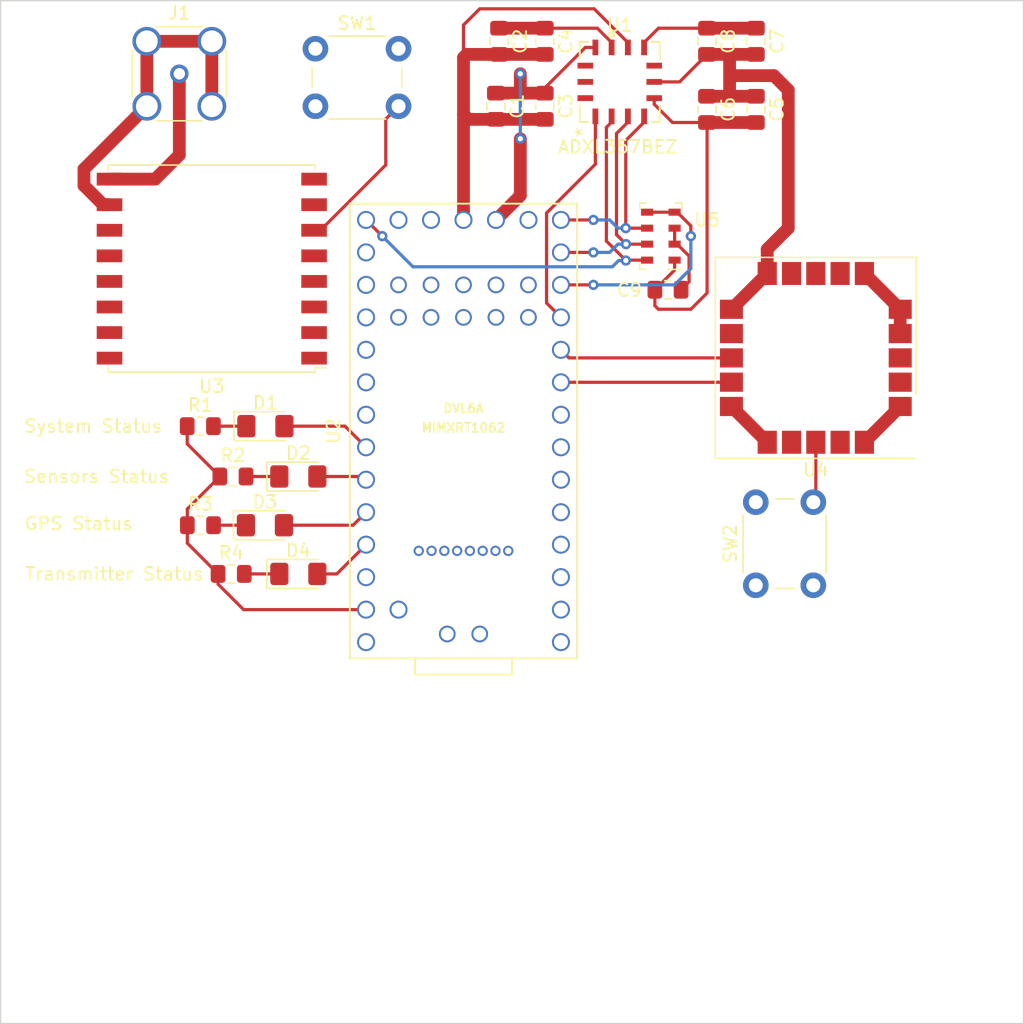
<source format=kicad_pcb>
(kicad_pcb (version 20171130) (host pcbnew 5.1.4)

  (general
    (thickness 1.6)
    (drawings 20)
    (tracks 182)
    (zones 0)
    (modules 25)
    (nets 62)
  )

  (page A4)
  (layers
    (0 F.Cu signal)
    (31 B.Cu signal)
    (32 B.Adhes user)
    (33 F.Adhes user)
    (34 B.Paste user)
    (35 F.Paste user)
    (36 B.SilkS user)
    (37 F.SilkS user)
    (38 B.Mask user)
    (39 F.Mask user)
    (40 Dwgs.User user)
    (41 Cmts.User user)
    (42 Eco1.User user)
    (43 Eco2.User user)
    (44 Edge.Cuts user)
    (45 Margin user)
    (46 B.CrtYd user)
    (47 F.CrtYd user)
    (48 B.Fab user)
    (49 F.Fab user)
  )

  (setup
    (last_trace_width 1)
    (user_trace_width 0.5)
    (user_trace_width 0.75)
    (user_trace_width 1)
    (trace_clearance 0.2)
    (zone_clearance 0.508)
    (zone_45_only no)
    (trace_min 0.2)
    (via_size 0.8)
    (via_drill 0.4)
    (via_min_size 0.4)
    (via_min_drill 0.3)
    (uvia_size 0.3)
    (uvia_drill 0.1)
    (uvias_allowed no)
    (uvia_min_size 0.2)
    (uvia_min_drill 0.1)
    (edge_width 0.05)
    (segment_width 0.2)
    (pcb_text_width 0.3)
    (pcb_text_size 1.5 1.5)
    (mod_edge_width 0.12)
    (mod_text_size 1 1)
    (mod_text_width 0.15)
    (pad_size 0.804 0.804)
    (pad_drill 0.5)
    (pad_to_mask_clearance 0.051)
    (solder_mask_min_width 0.25)
    (aux_axis_origin 0 0)
    (visible_elements FFFFFF7F)
    (pcbplotparams
      (layerselection 0x010fc_ffffffff)
      (usegerberextensions false)
      (usegerberattributes false)
      (usegerberadvancedattributes false)
      (creategerberjobfile false)
      (excludeedgelayer true)
      (linewidth 0.100000)
      (plotframeref false)
      (viasonmask false)
      (mode 1)
      (useauxorigin false)
      (hpglpennumber 1)
      (hpglpenspeed 20)
      (hpglpendiameter 15.000000)
      (psnegative false)
      (psa4output false)
      (plotreference true)
      (plotvalue true)
      (plotinvisibletext false)
      (padsonsilk false)
      (subtractmaskfromsilk false)
      (outputformat 1)
      (mirror false)
      (drillshape 1)
      (scaleselection 1)
      (outputdirectory ""))
  )

  (net 0 "")
  (net 1 GND)
  (net 2 +3V3)
  (net 3 "Net-(C2-Pad1)")
  (net 4 "Net-(C7-Pad1)")
  (net 5 "Net-(U2-Pad7)")
  (net 6 "Net-(D1-Pad2)")
  (net 7 "Net-(D1-Pad1)")
  (net 8 "Net-(D2-Pad1)")
  (net 9 "Net-(D2-Pad2)")
  (net 10 "Net-(D3-Pad1)")
  (net 11 "Net-(D3-Pad2)")
  (net 12 "Net-(D4-Pad2)")
  (net 13 "Net-(D4-Pad1)")
  (net 14 "Net-(J1-Pad2)")
  (net 15 "Net-(SW1-Pad2)")
  (net 16 "Net-(SW2-Pad2)")
  (net 17 CS1:2)
  (net 18 SCK1)
  (net 19 MOSI1)
  (net 20 MISO1)
  (net 21 "Net-(U1-Pad7)")
  (net 22 "Net-(U1-Pad12)")
  (net 23 "Net-(U1-Pad13)")
  (net 24 "Net-(U1-Pad14)")
  (net 25 "Net-(U2-Pad18)")
  (net 26 "Net-(U2-Pad19)")
  (net 27 "Net-(U2-Pad15)")
  (net 28 "Net-(U2-Pad21)")
  (net 29 "Net-(U2-Pad22)")
  (net 30 "Net-(U2-Pad23)")
  (net 31 "Net-(U2-Pad24)")
  (net 32 "Net-(U2-Pad25)")
  (net 33 "Net-(U2-Pad26)")
  (net 34 "Net-(U2-Pad33)")
  (net 35 "Net-(U2-Pad34)")
  (net 36 CS1:1)
  (net 37 TX1)
  (net 38 RX1)
  (net 39 "Net-(U2-Pad8)")
  (net 40 "Net-(U2-Pad6)")
  (net 41 "Net-(U2-Pad5)")
  (net 42 "Net-(U2-Pad4)")
  (net 43 "Net-(U2-Pad3)")
  (net 44 "Net-(U2-Pad2)")
  (net 45 MISO2)
  (net 46 MOSI2)
  (net 47 SCK2)
  (net 48 CS2)
  (net 49 "Net-(U3-Pad7)")
  (net 50 "Net-(U3-Pad11)")
  (net 51 "Net-(U3-Pad12)")
  (net 52 "Net-(U3-Pad14)")
  (net 53 "Net-(U3-Pad15)")
  (net 54 "Net-(U3-Pad16)")
  (net 55 "Net-(U4-Pad2)")
  (net 56 "Net-(U4-Pad3)")
  (net 57 "Net-(U4-Pad7)")
  (net 58 "Net-(U4-Pad8)")
  (net 59 "Net-(U4-Pad9)")
  (net 60 "Net-(U4-Pad12)")
  (net 61 "Net-(U4-Pad19)")

  (net_class Default "This is the default net class."
    (clearance 0.2)
    (trace_width 0.25)
    (via_dia 0.8)
    (via_drill 0.4)
    (uvia_dia 0.3)
    (uvia_drill 0.1)
    (add_net +3V3)
    (add_net CS1:1)
    (add_net CS1:2)
    (add_net CS2)
    (add_net GND)
    (add_net MISO1)
    (add_net MISO2)
    (add_net MOSI1)
    (add_net MOSI2)
    (add_net "Net-(C2-Pad1)")
    (add_net "Net-(C7-Pad1)")
    (add_net "Net-(D1-Pad1)")
    (add_net "Net-(D1-Pad2)")
    (add_net "Net-(D2-Pad1)")
    (add_net "Net-(D2-Pad2)")
    (add_net "Net-(D3-Pad1)")
    (add_net "Net-(D3-Pad2)")
    (add_net "Net-(D4-Pad1)")
    (add_net "Net-(D4-Pad2)")
    (add_net "Net-(J1-Pad2)")
    (add_net "Net-(SW1-Pad2)")
    (add_net "Net-(SW2-Pad2)")
    (add_net "Net-(U1-Pad12)")
    (add_net "Net-(U1-Pad13)")
    (add_net "Net-(U1-Pad14)")
    (add_net "Net-(U1-Pad7)")
    (add_net "Net-(U2-Pad15)")
    (add_net "Net-(U2-Pad18)")
    (add_net "Net-(U2-Pad19)")
    (add_net "Net-(U2-Pad2)")
    (add_net "Net-(U2-Pad21)")
    (add_net "Net-(U2-Pad22)")
    (add_net "Net-(U2-Pad23)")
    (add_net "Net-(U2-Pad24)")
    (add_net "Net-(U2-Pad25)")
    (add_net "Net-(U2-Pad26)")
    (add_net "Net-(U2-Pad3)")
    (add_net "Net-(U2-Pad33)")
    (add_net "Net-(U2-Pad34)")
    (add_net "Net-(U2-Pad4)")
    (add_net "Net-(U2-Pad5)")
    (add_net "Net-(U2-Pad6)")
    (add_net "Net-(U2-Pad7)")
    (add_net "Net-(U2-Pad8)")
    (add_net "Net-(U3-Pad11)")
    (add_net "Net-(U3-Pad12)")
    (add_net "Net-(U3-Pad14)")
    (add_net "Net-(U3-Pad15)")
    (add_net "Net-(U3-Pad16)")
    (add_net "Net-(U3-Pad7)")
    (add_net "Net-(U4-Pad12)")
    (add_net "Net-(U4-Pad19)")
    (add_net "Net-(U4-Pad2)")
    (add_net "Net-(U4-Pad3)")
    (add_net "Net-(U4-Pad7)")
    (add_net "Net-(U4-Pad8)")
    (add_net "Net-(U4-Pad9)")
    (add_net RX1)
    (add_net SCK1)
    (add_net SCK2)
    (add_net TX1)
  )

  (module footprints:Teensy40 (layer F.Cu) (tedit 5D9F226B) (tstamp 5D9F9987)
    (at 76.2 73.66 90)
    (path /5D9ED16F)
    (fp_text reference U2 (at 0 -10.16 90) (layer F.SilkS)
      (effects (font (size 1 1) (thickness 0.15)))
    )
    (fp_text value Teensy4.0 (at 0 10.16 90) (layer F.Fab)
      (effects (font (size 1 1) (thickness 0.15)))
    )
    (fp_line (start 16.51 -8.6) (end 16.51 8.6) (layer Dwgs.User) (width 0.12))
    (fp_poly (pts (xy -9.5 3.25) (xy -7.5 3.25) (xy -7.5 3.75) (xy -9.5 3.75)) (layer Eco1.User) (width 0.1))
    (fp_poly (pts (xy -9.5 2.25) (xy -7.5 2.25) (xy -7.5 2.75) (xy -9.5 2.75)) (layer Eco1.User) (width 0.1))
    (fp_poly (pts (xy -9.5 1.25) (xy -7.5 1.25) (xy -7.5 1.75) (xy -9.5 1.75)) (layer Eco1.User) (width 0.1))
    (fp_poly (pts (xy -9.5 0.25) (xy -7.5 0.25) (xy -7.5 0.75) (xy -9.5 0.75)) (layer Eco1.User) (width 0.1))
    (fp_poly (pts (xy -9.5 -0.75) (xy -7.5 -0.75) (xy -7.5 -0.25) (xy -9.5 -0.25)) (layer Eco1.User) (width 0.1))
    (fp_poly (pts (xy -9.5 -1.75) (xy -7.5 -1.75) (xy -7.5 -1.25) (xy -9.5 -1.25)) (layer Eco1.User) (width 0.1))
    (fp_poly (pts (xy -9.5 -2.75) (xy -7.5 -2.75) (xy -7.5 -2.25) (xy -9.5 -2.25)) (layer Eco1.User) (width 0.1))
    (fp_poly (pts (xy -9.5 -3.75) (xy -7.5 -3.75) (xy -7.5 -3.25) (xy -9.5 -3.25)) (layer Eco1.User) (width 0.1))
    (fp_poly (pts (xy -17.272 -0.762) (xy -14.732 -0.762) (xy -14.732 -1.778) (xy -17.272 -1.778)) (layer Eco1.User) (width 0.1))
    (fp_poly (pts (xy -17.272 1.778) (xy -14.732 1.778) (xy -14.732 0.762) (xy -17.272 0.762)) (layer Eco1.User) (width 0.1))
    (fp_poly (pts (xy 6.858 5.588) (xy 9.398 5.588) (xy 9.398 4.572) (xy 6.858 4.572)) (layer Eco1.User) (width 0.1))
    (fp_poly (pts (xy 6.858 3.048) (xy 9.398 3.048) (xy 9.398 2.032) (xy 6.858 2.032)) (layer Eco1.User) (width 0.1))
    (fp_poly (pts (xy 6.858 0.508) (xy 9.398 0.508) (xy 9.398 -0.508) (xy 6.858 -0.508)) (layer Eco1.User) (width 0.1))
    (fp_poly (pts (xy 6.858 -2.032) (xy 9.398 -2.032) (xy 9.398 -3.048) (xy 6.858 -3.048)) (layer Eco1.User) (width 0.1))
    (fp_poly (pts (xy 6.858 -4.572) (xy 9.398 -4.572) (xy 9.398 -5.588) (xy 6.858 -5.588)) (layer Eco1.User) (width 0.1))
    (fp_poly (pts (xy 10.922 -4.572) (xy 13.462 -4.572) (xy 13.462 -5.588) (xy 10.922 -5.588)) (layer Eco1.User) (width 0.1))
    (fp_poly (pts (xy 10.922 -2.032) (xy 13.462 -2.032) (xy 13.462 -3.048) (xy 10.922 -3.048)) (layer Eco1.User) (width 0.1))
    (fp_poly (pts (xy 10.922 0.508) (xy 13.462 0.508) (xy 13.462 -0.508) (xy 10.922 -0.508)) (layer Eco1.User) (width 0.1))
    (fp_poly (pts (xy 10.922 3.048) (xy 13.462 3.048) (xy 13.462 2.032) (xy 10.922 2.032)) (layer Eco1.User) (width 0.1))
    (fp_poly (pts (xy 10.922 5.588) (xy 13.462 5.588) (xy 13.462 4.572) (xy 10.922 4.572)) (layer Eco1.User) (width 0.1))
    (fp_line (start 13.97 8.6) (end 13.97 -8.6) (layer Dwgs.User) (width 0.12))
    (fp_line (start 16.51 8.6) (end 13.97 8.6) (layer Dwgs.User) (width 0.12))
    (fp_line (start 13.97 -8.6) (end 16.51 -8.6) (layer Dwgs.User) (width 0.12))
    (fp_line (start 11.43 -8.6) (end 8.89 -8.6) (layer Dwgs.User) (width 0.12))
    (fp_line (start 11.43 8.6) (end 11.43 -8.6) (layer Dwgs.User) (width 0.12))
    (fp_line (start 8.89 8.6) (end 11.43 8.6) (layer Dwgs.User) (width 0.12))
    (fp_line (start 8.89 -8.6) (end 8.89 8.6) (layer Dwgs.User) (width 0.12))
    (fp_line (start 7 -7.64) (end 7 7.6) (layer Dwgs.User) (width 0.12))
    (fp_line (start -9.39 -7.62) (end 7 -7.6) (layer Dwgs.User) (width 0.12))
    (fp_line (start -9.39 7.62) (end 7 7.62) (layer Dwgs.User) (width 0.12))
    (fp_line (start -9.39 -7.62) (end -9.39 7.62) (layer Dwgs.User) (width 0.12))
    (fp_line (start -17.78 -7.62) (end -17.78 7.62) (layer Dwgs.User) (width 0.12))
    (fp_line (start -17.78 7.62) (end -15.875 7.62) (layer Dwgs.User) (width 0.12))
    (fp_line (start -17.78 -7.62) (end -15.875 -7.62) (layer Dwgs.User) (width 0.12))
    (fp_line (start -15.875 -7.62) (end -15.875 7.62) (layer Dwgs.User) (width 0.15))
    (fp_line (start -19.05 3.81) (end -17.78 3.81) (layer F.SilkS) (width 0.15))
    (fp_line (start -19.05 -3.81) (end -19.05 3.81) (layer F.SilkS) (width 0.15))
    (fp_line (start -17.78 -3.81) (end -19.05 -3.81) (layer F.SilkS) (width 0.15))
    (fp_line (start 17.78 -8.89) (end -17.78 -8.89) (layer F.SilkS) (width 0.15))
    (fp_line (start 17.78 8.89) (end 17.78 -8.89) (layer F.SilkS) (width 0.15))
    (fp_line (start -17.78 8.89) (end 17.78 8.89) (layer F.SilkS) (width 0.15))
    (fp_line (start -17.78 -8.89) (end -17.78 8.89) (layer F.SilkS) (width 0.15))
    (fp_text user MIMXRT1062 (at 0.254 0) (layer F.SilkS)
      (effects (font (size 0.7 0.7) (thickness 0.15)))
    )
    (fp_text user DVL6A (at 1.778 0) (layer F.SilkS)
      (effects (font (size 0.7 0.7) (thickness 0.15)))
    )
    (pad 13 thru_hole circle (at 13.97 7.62 90) (size 1.404 1.404) (drill 1.1) (layers *.Cu *.Mask)
      (net 19 MOSI1))
    (pad 33 thru_hole circle (at -16.51 -7.62 90) (size 1.404 1.404) (drill 1.1) (layers *.Cu *.Mask)
      (net 34 "Net-(U2-Pad33)"))
    (pad 34 thru_hole circle (at -13.97 -5.08 90) (size 1.404 1.404) (drill 1.1) (layers *.Cu *.Mask)
      (net 35 "Net-(U2-Pad34)"))
    (pad 32 thru_hole circle (at -13.97 -7.62 90) (size 1.404 1.404) (drill 1.1) (layers *.Cu *.Mask)
      (net 1 GND))
    (pad 31 thru_hole circle (at -11.43 -7.62 90) (size 1.404 1.404) (drill 1.1) (layers *.Cu *.Mask)
      (net 2 +3V3))
    (pad 30 thru_hole circle (at -8.89 -7.62 90) (size 1.404 1.404) (drill 1.1) (layers *.Cu *.Mask)
      (net 12 "Net-(D4-Pad2)"))
    (pad 29 thru_hole circle (at -6.35 -7.62 90) (size 1.404 1.404) (drill 1.1) (layers *.Cu *.Mask)
      (net 11 "Net-(D3-Pad2)"))
    (pad 28 thru_hole circle (at -3.81 -7.62 90) (size 1.404 1.404) (drill 1.1) (layers *.Cu *.Mask)
      (net 9 "Net-(D2-Pad2)"))
    (pad 27 thru_hole circle (at -1.27 -7.62 90) (size 1.404 1.404) (drill 1.1) (layers *.Cu *.Mask)
      (net 6 "Net-(D1-Pad2)"))
    (pad 26 thru_hole circle (at 1.27 -7.62 90) (size 1.404 1.404) (drill 1.1) (layers *.Cu *.Mask)
      (net 33 "Net-(U2-Pad26)"))
    (pad 25 thru_hole circle (at 3.81 -7.62 90) (size 1.404 1.404) (drill 1.1) (layers *.Cu *.Mask)
      (net 32 "Net-(U2-Pad25)"))
    (pad 24 thru_hole circle (at 6.35 -7.62 90) (size 1.404 1.404) (drill 1.1) (layers *.Cu *.Mask)
      (net 31 "Net-(U2-Pad24)"))
    (pad 23 thru_hole circle (at 8.89 -7.62 90) (size 1.404 1.404) (drill 1.1) (layers *.Cu *.Mask)
      (net 30 "Net-(U2-Pad23)"))
    (pad 22 thru_hole circle (at 11.43 -7.62 90) (size 1.404 1.404) (drill 1.1) (layers *.Cu *.Mask)
      (net 29 "Net-(U2-Pad22)"))
    (pad 21 thru_hole circle (at 13.97 -7.62 90) (size 1.404 1.404) (drill 1.1) (layers *.Cu *.Mask)
      (net 28 "Net-(U2-Pad21)"))
    (pad 20 thru_hole circle (at 16.51 -7.62 90) (size 1.404 1.404) (drill 1.1) (layers *.Cu *.Mask)
      (net 18 SCK1))
    (pad 19 thru_hole circle (at 16.51 -5.08 90) (size 1.404 1.404) (drill 1.1) (layers *.Cu *.Mask)
      (net 26 "Net-(U2-Pad19)"))
    (pad 18 thru_hole circle (at 16.51 -2.54 90) (size 1.404 1.404) (drill 1.1) (layers *.Cu *.Mask)
      (net 25 "Net-(U2-Pad18)"))
    (pad 17 thru_hole circle (at 16.51 0 90) (size 1.404 1.404) (drill 1.1) (layers *.Cu *.Mask)
      (net 1 GND))
    (pad 16 thru_hole circle (at 16.51 2.54 90) (size 1.404 1.404) (drill 1.1) (layers *.Cu *.Mask)
      (net 2 +3V3))
    (pad 15 thru_hole circle (at 16.51 5.08 90) (size 1.404 1.404) (drill 1.1) (layers *.Cu *.Mask)
      (net 27 "Net-(U2-Pad15)"))
    (pad 14 thru_hole circle (at 16.51 7.62 90) (size 1.404 1.404) (drill 1.1) (layers *.Cu *.Mask)
      (net 20 MISO1))
    (pad 12 thru_hole circle (at 11.43 7.62 90) (size 1.404 1.404) (drill 1.1) (layers *.Cu *.Mask)
      (net 36 CS1:1))
    (pad 11 thru_hole circle (at 8.89 7.62 90) (size 1.404 1.404) (drill 1.1) (layers *.Cu *.Mask)
      (net 17 CS1:2))
    (pad 10 thru_hole circle (at 6.35 7.62 90) (size 1.404 1.404) (drill 1.1) (layers *.Cu *.Mask)
      (net 37 TX1))
    (pad 9 thru_hole circle (at 3.81 7.62 90) (size 1.404 1.404) (drill 1.1) (layers *.Cu *.Mask)
      (net 38 RX1))
    (pad 8 thru_hole circle (at 1.27 7.62 90) (size 1.404 1.404) (drill 1.1) (layers *.Cu *.Mask)
      (net 39 "Net-(U2-Pad8)"))
    (pad 7 thru_hole circle (at -1.27 7.62 90) (size 1.404 1.404) (drill 1.1) (layers *.Cu *.Mask)
      (net 5 "Net-(U2-Pad7)"))
    (pad 6 thru_hole circle (at -3.81 7.62 90) (size 1.404 1.404) (drill 1.1) (layers *.Cu *.Mask)
      (net 40 "Net-(U2-Pad6)"))
    (pad 5 thru_hole circle (at -6.35 7.62 90) (size 1.404 1.404) (drill 1.1) (layers *.Cu *.Mask)
      (net 41 "Net-(U2-Pad5)"))
    (pad 4 thru_hole circle (at -8.89 7.62 90) (size 1.404 1.404) (drill 1.1) (layers *.Cu *.Mask)
      (net 42 "Net-(U2-Pad4)"))
    (pad 3 thru_hole circle (at -11.43 7.62 90) (size 1.404 1.404) (drill 1.1) (layers *.Cu *.Mask)
      (net 43 "Net-(U2-Pad3)"))
    (pad 54 thru_hole circle (at -15.875 1.27 90) (size 1.304 1.304) (drill 1) (layers *.Cu *.Mask))
    (pad 53 thru_hole circle (at -15.875 -1.27 90) (size 1.304 1.304) (drill 1) (layers *.Cu *.Mask))
    (pad 52 thru_hole circle (at -9.3716 3.5 90) (size 0.804 0.804) (drill 0.5) (layers *.Cu *.Mask)
      (net 45 MISO2))
    (pad 51 thru_hole circle (at -9.3716 2.5 90) (size 0.804 0.804) (drill 0.5) (layers *.Cu *.Mask)
      (net 46 MOSI2))
    (pad 50 thru_hole circle (at -9.3716 1.5 90) (size 0.804 0.804) (drill 0.5) (layers *.Cu *.Mask)
      (net 48 CS2))
    (pad 49 thru_hole circle (at -9.3716 0.5 90) (size 0.804 0.804) (drill 0.5) (layers *.Cu *.Mask)
      (net 47 SCK2))
    (pad 48 thru_hole circle (at -9.3716 -0.5 90) (size 0.804 0.804) (drill 0.5) (layers *.Cu *.Mask))
    (pad 47 thru_hole circle (at -9.3716 -1.5 90) (size 0.804 0.804) (drill 0.5) (layers *.Cu *.Mask))
    (pad 46 thru_hole circle (at -9.3716 -2.5 90) (size 0.804 0.804) (drill 0.5) (layers *.Cu *.Mask))
    (pad 45 thru_hole circle (at -9.3716 -3.5 90) (size 0.804 0.804) (drill 0.5) (layers *.Cu *.Mask))
    (pad 44 thru_hole circle (at 8.89 5.08 90) (size 1.304 1.304) (drill 1) (layers *.Cu *.Mask))
    (pad 43 thru_hole circle (at 11.43 5.08 90) (size 1.304 1.304) (drill 1) (layers *.Cu *.Mask))
    (pad 42 thru_hole circle (at 8.89 2.54 90) (size 1.304 1.304) (drill 1) (layers *.Cu *.Mask))
    (pad 41 thru_hole circle (at 11.43 2.54 90) (size 1.304 1.304) (drill 1) (layers *.Cu *.Mask))
    (pad 40 thru_hole circle (at 8.89 0 90) (size 1.304 1.304) (drill 1) (layers *.Cu *.Mask))
    (pad 39 thru_hole circle (at 11.43 0 90) (size 1.304 1.304) (drill 1) (layers *.Cu *.Mask))
    (pad 38 thru_hole circle (at 8.89 -2.54 90) (size 1.304 1.304) (drill 1) (layers *.Cu *.Mask))
    (pad 37 thru_hole circle (at 11.43 -2.54 90) (size 1.304 1.304) (drill 1) (layers *.Cu *.Mask))
    (pad 36 thru_hole circle (at 8.89 -5.08 90) (size 1.304 1.304) (drill 1) (layers *.Cu *.Mask))
    (pad 35 thru_hole circle (at 11.43 -5.08 90) (size 1.304 1.304) (drill 1) (layers *.Cu *.Mask))
    (pad 2 thru_hole circle (at -13.97 7.62 90) (size 1.404 1.404) (drill 1.1) (layers *.Cu *.Mask)
      (net 44 "Net-(U2-Pad2)"))
    (pad 1 thru_hole circle (at -16.51 7.62 90) (size 1.404 1.404) (drill 1.1) (layers *.Cu *.Mask)
      (net 1 GND))
  )

  (module Capacitor_SMD:C_0805_2012Metric_Pad1.15x1.40mm_HandSolder (layer F.Cu) (tedit 5B36C52B) (tstamp 5D9F9762)
    (at 78.74 48.26 270)
    (descr "Capacitor SMD 0805 (2012 Metric), square (rectangular) end terminal, IPC_7351 nominal with elongated pad for handsoldering. (Body size source: https://docs.google.com/spreadsheets/d/1BsfQQcO9C6DZCsRaXUlFlo91Tg2WpOkGARC1WS5S8t0/edit?usp=sharing), generated with kicad-footprint-generator")
    (tags "capacitor handsolder")
    (path /5DA411D9)
    (attr smd)
    (fp_text reference C1 (at 0 -1.65 90) (layer F.SilkS)
      (effects (font (size 1 1) (thickness 0.15)))
    )
    (fp_text value 1uF (at 0 1.65 90) (layer F.Fab)
      (effects (font (size 1 1) (thickness 0.15)))
    )
    (fp_text user %R (at 0 0 90) (layer F.Fab)
      (effects (font (size 0.5 0.5) (thickness 0.08)))
    )
    (fp_line (start 1.85 0.95) (end -1.85 0.95) (layer F.CrtYd) (width 0.05))
    (fp_line (start 1.85 -0.95) (end 1.85 0.95) (layer F.CrtYd) (width 0.05))
    (fp_line (start -1.85 -0.95) (end 1.85 -0.95) (layer F.CrtYd) (width 0.05))
    (fp_line (start -1.85 0.95) (end -1.85 -0.95) (layer F.CrtYd) (width 0.05))
    (fp_line (start -0.261252 0.71) (end 0.261252 0.71) (layer F.SilkS) (width 0.12))
    (fp_line (start -0.261252 -0.71) (end 0.261252 -0.71) (layer F.SilkS) (width 0.12))
    (fp_line (start 1 0.6) (end -1 0.6) (layer F.Fab) (width 0.1))
    (fp_line (start 1 -0.6) (end 1 0.6) (layer F.Fab) (width 0.1))
    (fp_line (start -1 -0.6) (end 1 -0.6) (layer F.Fab) (width 0.1))
    (fp_line (start -1 0.6) (end -1 -0.6) (layer F.Fab) (width 0.1))
    (pad 2 smd roundrect (at 1.025 0 270) (size 1.15 1.4) (layers F.Cu F.Paste F.Mask) (roundrect_rratio 0.217391)
      (net 1 GND))
    (pad 1 smd roundrect (at -1.025 0 270) (size 1.15 1.4) (layers F.Cu F.Paste F.Mask) (roundrect_rratio 0.217391)
      (net 2 +3V3))
    (model ${KISYS3DMOD}/Capacitor_SMD.3dshapes/C_0805_2012Metric.wrl
      (at (xyz 0 0 0))
      (scale (xyz 1 1 1))
      (rotate (xyz 0 0 0))
    )
  )

  (module Capacitor_SMD:C_0805_2012Metric_Pad1.15x1.40mm_HandSolder (layer F.Cu) (tedit 5B36C52B) (tstamp 5D9F9773)
    (at 78.985 43.18 270)
    (descr "Capacitor SMD 0805 (2012 Metric), square (rectangular) end terminal, IPC_7351 nominal with elongated pad for handsoldering. (Body size source: https://docs.google.com/spreadsheets/d/1BsfQQcO9C6DZCsRaXUlFlo91Tg2WpOkGARC1WS5S8t0/edit?usp=sharing), generated with kicad-footprint-generator")
    (tags "capacitor handsolder")
    (path /5DA421DA)
    (attr smd)
    (fp_text reference C2 (at 0 -1.65 90) (layer F.SilkS)
      (effects (font (size 1 1) (thickness 0.15)))
    )
    (fp_text value 1uF (at 0 1.65 90) (layer F.Fab)
      (effects (font (size 1 1) (thickness 0.15)))
    )
    (fp_text user %R (at 0 0 90) (layer F.Fab)
      (effects (font (size 0.5 0.5) (thickness 0.08)))
    )
    (fp_line (start 1.85 0.95) (end -1.85 0.95) (layer F.CrtYd) (width 0.05))
    (fp_line (start 1.85 -0.95) (end 1.85 0.95) (layer F.CrtYd) (width 0.05))
    (fp_line (start -1.85 -0.95) (end 1.85 -0.95) (layer F.CrtYd) (width 0.05))
    (fp_line (start -1.85 0.95) (end -1.85 -0.95) (layer F.CrtYd) (width 0.05))
    (fp_line (start -0.261252 0.71) (end 0.261252 0.71) (layer F.SilkS) (width 0.12))
    (fp_line (start -0.261252 -0.71) (end 0.261252 -0.71) (layer F.SilkS) (width 0.12))
    (fp_line (start 1 0.6) (end -1 0.6) (layer F.Fab) (width 0.1))
    (fp_line (start 1 -0.6) (end 1 0.6) (layer F.Fab) (width 0.1))
    (fp_line (start -1 -0.6) (end 1 -0.6) (layer F.Fab) (width 0.1))
    (fp_line (start -1 0.6) (end -1 -0.6) (layer F.Fab) (width 0.1))
    (pad 2 smd roundrect (at 1.025 0 270) (size 1.15 1.4) (layers F.Cu F.Paste F.Mask) (roundrect_rratio 0.217391)
      (net 1 GND))
    (pad 1 smd roundrect (at -1.025 0 270) (size 1.15 1.4) (layers F.Cu F.Paste F.Mask) (roundrect_rratio 0.217391)
      (net 3 "Net-(C2-Pad1)"))
    (model ${KISYS3DMOD}/Capacitor_SMD.3dshapes/C_0805_2012Metric.wrl
      (at (xyz 0 0 0))
      (scale (xyz 1 1 1))
      (rotate (xyz 0 0 0))
    )
  )

  (module Capacitor_SMD:C_0805_2012Metric_Pad1.15x1.40mm_HandSolder (layer F.Cu) (tedit 5B36C52B) (tstamp 5D9F9784)
    (at 82.55 48.26 270)
    (descr "Capacitor SMD 0805 (2012 Metric), square (rectangular) end terminal, IPC_7351 nominal with elongated pad for handsoldering. (Body size source: https://docs.google.com/spreadsheets/d/1BsfQQcO9C6DZCsRaXUlFlo91Tg2WpOkGARC1WS5S8t0/edit?usp=sharing), generated with kicad-footprint-generator")
    (tags "capacitor handsolder")
    (path /5DA411DF)
    (attr smd)
    (fp_text reference C3 (at 0 -1.65 90) (layer F.SilkS)
      (effects (font (size 1 1) (thickness 0.15)))
    )
    (fp_text value .1uF (at 0 1.65 90) (layer F.Fab)
      (effects (font (size 1 1) (thickness 0.15)))
    )
    (fp_line (start -1 0.6) (end -1 -0.6) (layer F.Fab) (width 0.1))
    (fp_line (start -1 -0.6) (end 1 -0.6) (layer F.Fab) (width 0.1))
    (fp_line (start 1 -0.6) (end 1 0.6) (layer F.Fab) (width 0.1))
    (fp_line (start 1 0.6) (end -1 0.6) (layer F.Fab) (width 0.1))
    (fp_line (start -0.261252 -0.71) (end 0.261252 -0.71) (layer F.SilkS) (width 0.12))
    (fp_line (start -0.261252 0.71) (end 0.261252 0.71) (layer F.SilkS) (width 0.12))
    (fp_line (start -1.85 0.95) (end -1.85 -0.95) (layer F.CrtYd) (width 0.05))
    (fp_line (start -1.85 -0.95) (end 1.85 -0.95) (layer F.CrtYd) (width 0.05))
    (fp_line (start 1.85 -0.95) (end 1.85 0.95) (layer F.CrtYd) (width 0.05))
    (fp_line (start 1.85 0.95) (end -1.85 0.95) (layer F.CrtYd) (width 0.05))
    (fp_text user %R (at 0 0 90) (layer F.Fab)
      (effects (font (size 0.5 0.5) (thickness 0.08)))
    )
    (pad 1 smd roundrect (at -1.025 0 270) (size 1.15 1.4) (layers F.Cu F.Paste F.Mask) (roundrect_rratio 0.217391)
      (net 2 +3V3))
    (pad 2 smd roundrect (at 1.025 0 270) (size 1.15 1.4) (layers F.Cu F.Paste F.Mask) (roundrect_rratio 0.217391)
      (net 1 GND))
    (model ${KISYS3DMOD}/Capacitor_SMD.3dshapes/C_0805_2012Metric.wrl
      (at (xyz 0 0 0))
      (scale (xyz 1 1 1))
      (rotate (xyz 0 0 0))
    )
  )

  (module Capacitor_SMD:C_0805_2012Metric_Pad1.15x1.40mm_HandSolder (layer F.Cu) (tedit 5B36C52B) (tstamp 5D9F9795)
    (at 82.55 43.18 270)
    (descr "Capacitor SMD 0805 (2012 Metric), square (rectangular) end terminal, IPC_7351 nominal with elongated pad for handsoldering. (Body size source: https://docs.google.com/spreadsheets/d/1BsfQQcO9C6DZCsRaXUlFlo91Tg2WpOkGARC1WS5S8t0/edit?usp=sharing), generated with kicad-footprint-generator")
    (tags "capacitor handsolder")
    (path /5DA421E0)
    (attr smd)
    (fp_text reference C4 (at 0 -1.65 90) (layer F.SilkS)
      (effects (font (size 1 1) (thickness 0.15)))
    )
    (fp_text value .1uF (at 0 1.65 90) (layer F.Fab)
      (effects (font (size 1 1) (thickness 0.15)))
    )
    (fp_line (start -1 0.6) (end -1 -0.6) (layer F.Fab) (width 0.1))
    (fp_line (start -1 -0.6) (end 1 -0.6) (layer F.Fab) (width 0.1))
    (fp_line (start 1 -0.6) (end 1 0.6) (layer F.Fab) (width 0.1))
    (fp_line (start 1 0.6) (end -1 0.6) (layer F.Fab) (width 0.1))
    (fp_line (start -0.261252 -0.71) (end 0.261252 -0.71) (layer F.SilkS) (width 0.12))
    (fp_line (start -0.261252 0.71) (end 0.261252 0.71) (layer F.SilkS) (width 0.12))
    (fp_line (start -1.85 0.95) (end -1.85 -0.95) (layer F.CrtYd) (width 0.05))
    (fp_line (start -1.85 -0.95) (end 1.85 -0.95) (layer F.CrtYd) (width 0.05))
    (fp_line (start 1.85 -0.95) (end 1.85 0.95) (layer F.CrtYd) (width 0.05))
    (fp_line (start 1.85 0.95) (end -1.85 0.95) (layer F.CrtYd) (width 0.05))
    (fp_text user %R (at 0 0 90) (layer F.Fab)
      (effects (font (size 0.5 0.5) (thickness 0.08)))
    )
    (pad 1 smd roundrect (at -1.025 0 270) (size 1.15 1.4) (layers F.Cu F.Paste F.Mask) (roundrect_rratio 0.217391)
      (net 3 "Net-(C2-Pad1)"))
    (pad 2 smd roundrect (at 1.025 0 270) (size 1.15 1.4) (layers F.Cu F.Paste F.Mask) (roundrect_rratio 0.217391)
      (net 1 GND))
    (model ${KISYS3DMOD}/Capacitor_SMD.3dshapes/C_0805_2012Metric.wrl
      (at (xyz 0 0 0))
      (scale (xyz 1 1 1))
      (rotate (xyz 0 0 0))
    )
  )

  (module Capacitor_SMD:C_0805_2012Metric_Pad1.15x1.40mm_HandSolder (layer F.Cu) (tedit 5B36C52B) (tstamp 5D9F97A6)
    (at 99.06 48.505 270)
    (descr "Capacitor SMD 0805 (2012 Metric), square (rectangular) end terminal, IPC_7351 nominal with elongated pad for handsoldering. (Body size source: https://docs.google.com/spreadsheets/d/1BsfQQcO9C6DZCsRaXUlFlo91Tg2WpOkGARC1WS5S8t0/edit?usp=sharing), generated with kicad-footprint-generator")
    (tags "capacitor handsolder")
    (path /5D9E9020)
    (attr smd)
    (fp_text reference C5 (at 0 -1.65 90) (layer F.SilkS)
      (effects (font (size 1 1) (thickness 0.15)))
    )
    (fp_text value 1uF (at 0 1.65 90) (layer F.Fab)
      (effects (font (size 1 1) (thickness 0.15)))
    )
    (fp_line (start -1 0.6) (end -1 -0.6) (layer F.Fab) (width 0.1))
    (fp_line (start -1 -0.6) (end 1 -0.6) (layer F.Fab) (width 0.1))
    (fp_line (start 1 -0.6) (end 1 0.6) (layer F.Fab) (width 0.1))
    (fp_line (start 1 0.6) (end -1 0.6) (layer F.Fab) (width 0.1))
    (fp_line (start -0.261252 -0.71) (end 0.261252 -0.71) (layer F.SilkS) (width 0.12))
    (fp_line (start -0.261252 0.71) (end 0.261252 0.71) (layer F.SilkS) (width 0.12))
    (fp_line (start -1.85 0.95) (end -1.85 -0.95) (layer F.CrtYd) (width 0.05))
    (fp_line (start -1.85 -0.95) (end 1.85 -0.95) (layer F.CrtYd) (width 0.05))
    (fp_line (start 1.85 -0.95) (end 1.85 0.95) (layer F.CrtYd) (width 0.05))
    (fp_line (start 1.85 0.95) (end -1.85 0.95) (layer F.CrtYd) (width 0.05))
    (fp_text user %R (at 0 0 90) (layer F.Fab)
      (effects (font (size 0.5 0.5) (thickness 0.08)))
    )
    (pad 1 smd roundrect (at -1.025 0 270) (size 1.15 1.4) (layers F.Cu F.Paste F.Mask) (roundrect_rratio 0.217391)
      (net 1 GND))
    (pad 2 smd roundrect (at 1.025 0 270) (size 1.15 1.4) (layers F.Cu F.Paste F.Mask) (roundrect_rratio 0.217391)
      (net 2 +3V3))
    (model ${KISYS3DMOD}/Capacitor_SMD.3dshapes/C_0805_2012Metric.wrl
      (at (xyz 0 0 0))
      (scale (xyz 1 1 1))
      (rotate (xyz 0 0 0))
    )
  )

  (module Capacitor_SMD:C_0805_2012Metric_Pad1.15x1.40mm_HandSolder (layer F.Cu) (tedit 5B36C52B) (tstamp 5D9F97B7)
    (at 95.25 48.505 270)
    (descr "Capacitor SMD 0805 (2012 Metric), square (rectangular) end terminal, IPC_7351 nominal with elongated pad for handsoldering. (Body size source: https://docs.google.com/spreadsheets/d/1BsfQQcO9C6DZCsRaXUlFlo91Tg2WpOkGARC1WS5S8t0/edit?usp=sharing), generated with kicad-footprint-generator")
    (tags "capacitor handsolder")
    (path /5D9EEC4E)
    (attr smd)
    (fp_text reference C6 (at 0 -1.65 90) (layer F.SilkS)
      (effects (font (size 1 1) (thickness 0.15)))
    )
    (fp_text value .1uF (at 0 1.65 90) (layer F.Fab)
      (effects (font (size 1 1) (thickness 0.15)))
    )
    (fp_text user %R (at 0 0 90) (layer F.Fab)
      (effects (font (size 0.5 0.5) (thickness 0.08)))
    )
    (fp_line (start 1.85 0.95) (end -1.85 0.95) (layer F.CrtYd) (width 0.05))
    (fp_line (start 1.85 -0.95) (end 1.85 0.95) (layer F.CrtYd) (width 0.05))
    (fp_line (start -1.85 -0.95) (end 1.85 -0.95) (layer F.CrtYd) (width 0.05))
    (fp_line (start -1.85 0.95) (end -1.85 -0.95) (layer F.CrtYd) (width 0.05))
    (fp_line (start -0.261252 0.71) (end 0.261252 0.71) (layer F.SilkS) (width 0.12))
    (fp_line (start -0.261252 -0.71) (end 0.261252 -0.71) (layer F.SilkS) (width 0.12))
    (fp_line (start 1 0.6) (end -1 0.6) (layer F.Fab) (width 0.1))
    (fp_line (start 1 -0.6) (end 1 0.6) (layer F.Fab) (width 0.1))
    (fp_line (start -1 -0.6) (end 1 -0.6) (layer F.Fab) (width 0.1))
    (fp_line (start -1 0.6) (end -1 -0.6) (layer F.Fab) (width 0.1))
    (pad 2 smd roundrect (at 1.025 0 270) (size 1.15 1.4) (layers F.Cu F.Paste F.Mask) (roundrect_rratio 0.217391)
      (net 2 +3V3))
    (pad 1 smd roundrect (at -1.025 0 270) (size 1.15 1.4) (layers F.Cu F.Paste F.Mask) (roundrect_rratio 0.217391)
      (net 1 GND))
    (model ${KISYS3DMOD}/Capacitor_SMD.3dshapes/C_0805_2012Metric.wrl
      (at (xyz 0 0 0))
      (scale (xyz 1 1 1))
      (rotate (xyz 0 0 0))
    )
  )

  (module Capacitor_SMD:C_0805_2012Metric_Pad1.15x1.40mm_HandSolder (layer F.Cu) (tedit 5B36C52B) (tstamp 5D9F97C8)
    (at 99.06 43.18 270)
    (descr "Capacitor SMD 0805 (2012 Metric), square (rectangular) end terminal, IPC_7351 nominal with elongated pad for handsoldering. (Body size source: https://docs.google.com/spreadsheets/d/1BsfQQcO9C6DZCsRaXUlFlo91Tg2WpOkGARC1WS5S8t0/edit?usp=sharing), generated with kicad-footprint-generator")
    (tags "capacitor handsolder")
    (path /5D9F11B4)
    (attr smd)
    (fp_text reference C7 (at 0 -1.65 90) (layer F.SilkS)
      (effects (font (size 1 1) (thickness 0.15)))
    )
    (fp_text value 1uF (at 0 1.65 90) (layer F.Fab)
      (effects (font (size 1 1) (thickness 0.15)))
    )
    (fp_line (start -1 0.6) (end -1 -0.6) (layer F.Fab) (width 0.1))
    (fp_line (start -1 -0.6) (end 1 -0.6) (layer F.Fab) (width 0.1))
    (fp_line (start 1 -0.6) (end 1 0.6) (layer F.Fab) (width 0.1))
    (fp_line (start 1 0.6) (end -1 0.6) (layer F.Fab) (width 0.1))
    (fp_line (start -0.261252 -0.71) (end 0.261252 -0.71) (layer F.SilkS) (width 0.12))
    (fp_line (start -0.261252 0.71) (end 0.261252 0.71) (layer F.SilkS) (width 0.12))
    (fp_line (start -1.85 0.95) (end -1.85 -0.95) (layer F.CrtYd) (width 0.05))
    (fp_line (start -1.85 -0.95) (end 1.85 -0.95) (layer F.CrtYd) (width 0.05))
    (fp_line (start 1.85 -0.95) (end 1.85 0.95) (layer F.CrtYd) (width 0.05))
    (fp_line (start 1.85 0.95) (end -1.85 0.95) (layer F.CrtYd) (width 0.05))
    (fp_text user %R (at 0 0 90) (layer F.Fab)
      (effects (font (size 0.5 0.5) (thickness 0.08)))
    )
    (pad 1 smd roundrect (at -1.025 0 270) (size 1.15 1.4) (layers F.Cu F.Paste F.Mask) (roundrect_rratio 0.217391)
      (net 4 "Net-(C7-Pad1)"))
    (pad 2 smd roundrect (at 1.025 0 270) (size 1.15 1.4) (layers F.Cu F.Paste F.Mask) (roundrect_rratio 0.217391)
      (net 1 GND))
    (model ${KISYS3DMOD}/Capacitor_SMD.3dshapes/C_0805_2012Metric.wrl
      (at (xyz 0 0 0))
      (scale (xyz 1 1 1))
      (rotate (xyz 0 0 0))
    )
  )

  (module Capacitor_SMD:C_0805_2012Metric_Pad1.15x1.40mm_HandSolder (layer F.Cu) (tedit 5B36C52B) (tstamp 5D9F97D9)
    (at 95.25 43.18 270)
    (descr "Capacitor SMD 0805 (2012 Metric), square (rectangular) end terminal, IPC_7351 nominal with elongated pad for handsoldering. (Body size source: https://docs.google.com/spreadsheets/d/1BsfQQcO9C6DZCsRaXUlFlo91Tg2WpOkGARC1WS5S8t0/edit?usp=sharing), generated with kicad-footprint-generator")
    (tags "capacitor handsolder")
    (path /5D9F11BA)
    (attr smd)
    (fp_text reference C8 (at 0 -1.65 90) (layer F.SilkS)
      (effects (font (size 1 1) (thickness 0.15)))
    )
    (fp_text value .1uF (at 0 1.65 90) (layer F.Fab)
      (effects (font (size 1 1) (thickness 0.15)))
    )
    (fp_text user %R (at 0 0 90) (layer F.Fab)
      (effects (font (size 0.5 0.5) (thickness 0.08)))
    )
    (fp_line (start 1.85 0.95) (end -1.85 0.95) (layer F.CrtYd) (width 0.05))
    (fp_line (start 1.85 -0.95) (end 1.85 0.95) (layer F.CrtYd) (width 0.05))
    (fp_line (start -1.85 -0.95) (end 1.85 -0.95) (layer F.CrtYd) (width 0.05))
    (fp_line (start -1.85 0.95) (end -1.85 -0.95) (layer F.CrtYd) (width 0.05))
    (fp_line (start -0.261252 0.71) (end 0.261252 0.71) (layer F.SilkS) (width 0.12))
    (fp_line (start -0.261252 -0.71) (end 0.261252 -0.71) (layer F.SilkS) (width 0.12))
    (fp_line (start 1 0.6) (end -1 0.6) (layer F.Fab) (width 0.1))
    (fp_line (start 1 -0.6) (end 1 0.6) (layer F.Fab) (width 0.1))
    (fp_line (start -1 -0.6) (end 1 -0.6) (layer F.Fab) (width 0.1))
    (fp_line (start -1 0.6) (end -1 -0.6) (layer F.Fab) (width 0.1))
    (pad 2 smd roundrect (at 1.025 0 270) (size 1.15 1.4) (layers F.Cu F.Paste F.Mask) (roundrect_rratio 0.217391)
      (net 1 GND))
    (pad 1 smd roundrect (at -1.025 0 270) (size 1.15 1.4) (layers F.Cu F.Paste F.Mask) (roundrect_rratio 0.217391)
      (net 4 "Net-(C7-Pad1)"))
    (model ${KISYS3DMOD}/Capacitor_SMD.3dshapes/C_0805_2012Metric.wrl
      (at (xyz 0 0 0))
      (scale (xyz 1 1 1))
      (rotate (xyz 0 0 0))
    )
  )

  (module Capacitor_SMD:C_0805_2012Metric_Pad1.15x1.40mm_HandSolder (layer F.Cu) (tedit 5B36C52B) (tstamp 5D9F97EA)
    (at 92.193 62.611)
    (descr "Capacitor SMD 0805 (2012 Metric), square (rectangular) end terminal, IPC_7351 nominal with elongated pad for handsoldering. (Body size source: https://docs.google.com/spreadsheets/d/1BsfQQcO9C6DZCsRaXUlFlo91Tg2WpOkGARC1WS5S8t0/edit?usp=sharing), generated with kicad-footprint-generator")
    (tags "capacitor handsolder")
    (path /5DA5FC43)
    (attr smd)
    (fp_text reference C9 (at -3.02514 0.023423) (layer F.SilkS)
      (effects (font (size 1 1) (thickness 0.15)))
    )
    (fp_text value 100nF (at 0 1.65) (layer F.Fab)
      (effects (font (size 1 1) (thickness 0.15)))
    )
    (fp_line (start -1 0.6) (end -1 -0.6) (layer F.Fab) (width 0.1))
    (fp_line (start -1 -0.6) (end 1 -0.6) (layer F.Fab) (width 0.1))
    (fp_line (start 1 -0.6) (end 1 0.6) (layer F.Fab) (width 0.1))
    (fp_line (start 1 0.6) (end -1 0.6) (layer F.Fab) (width 0.1))
    (fp_line (start -0.261252 -0.71) (end 0.261252 -0.71) (layer F.SilkS) (width 0.12))
    (fp_line (start -0.261252 0.71) (end 0.261252 0.71) (layer F.SilkS) (width 0.12))
    (fp_line (start -1.85 0.95) (end -1.85 -0.95) (layer F.CrtYd) (width 0.05))
    (fp_line (start -1.85 -0.95) (end 1.85 -0.95) (layer F.CrtYd) (width 0.05))
    (fp_line (start 1.85 -0.95) (end 1.85 0.95) (layer F.CrtYd) (width 0.05))
    (fp_line (start 1.85 0.95) (end -1.85 0.95) (layer F.CrtYd) (width 0.05))
    (fp_text user %R (at 0 0) (layer F.Fab)
      (effects (font (size 0.5 0.5) (thickness 0.08)))
    )
    (pad 1 smd roundrect (at -1.025 0) (size 1.15 1.4) (layers F.Cu F.Paste F.Mask) (roundrect_rratio 0.217391)
      (net 2 +3V3))
    (pad 2 smd roundrect (at 1.025 0) (size 1.15 1.4) (layers F.Cu F.Paste F.Mask) (roundrect_rratio 0.217391)
      (net 1 GND))
    (model ${KISYS3DMOD}/Capacitor_SMD.3dshapes/C_0805_2012Metric.wrl
      (at (xyz 0 0 0))
      (scale (xyz 1 1 1))
      (rotate (xyz 0 0 0))
    )
  )

  (module LED_SMD:LED_1206_3216Metric_Pad1.42x1.75mm_HandSolder (layer F.Cu) (tedit 5B4B45C9) (tstamp 5D9F97FD)
    (at 60.706 73.279)
    (descr "LED SMD 1206 (3216 Metric), square (rectangular) end terminal, IPC_7351 nominal, (Body size source: http://www.tortai-tech.com/upload/download/2011102023233369053.pdf), generated with kicad-footprint-generator")
    (tags "LED handsolder")
    (path /5DB6E39B)
    (attr smd)
    (fp_text reference D1 (at 0 -1.82) (layer F.SilkS)
      (effects (font (size 1 1) (thickness 0.15)))
    )
    (fp_text value LED (at 0 1.82) (layer F.Fab)
      (effects (font (size 1 1) (thickness 0.15)))
    )
    (fp_text user %R (at 0 0) (layer F.Fab)
      (effects (font (size 0.8 0.8) (thickness 0.12)))
    )
    (fp_line (start 2.45 1.12) (end -2.45 1.12) (layer F.CrtYd) (width 0.05))
    (fp_line (start 2.45 -1.12) (end 2.45 1.12) (layer F.CrtYd) (width 0.05))
    (fp_line (start -2.45 -1.12) (end 2.45 -1.12) (layer F.CrtYd) (width 0.05))
    (fp_line (start -2.45 1.12) (end -2.45 -1.12) (layer F.CrtYd) (width 0.05))
    (fp_line (start -2.46 1.135) (end 1.6 1.135) (layer F.SilkS) (width 0.12))
    (fp_line (start -2.46 -1.135) (end -2.46 1.135) (layer F.SilkS) (width 0.12))
    (fp_line (start 1.6 -1.135) (end -2.46 -1.135) (layer F.SilkS) (width 0.12))
    (fp_line (start 1.6 0.8) (end 1.6 -0.8) (layer F.Fab) (width 0.1))
    (fp_line (start -1.6 0.8) (end 1.6 0.8) (layer F.Fab) (width 0.1))
    (fp_line (start -1.6 -0.4) (end -1.6 0.8) (layer F.Fab) (width 0.1))
    (fp_line (start -1.2 -0.8) (end -1.6 -0.4) (layer F.Fab) (width 0.1))
    (fp_line (start 1.6 -0.8) (end -1.2 -0.8) (layer F.Fab) (width 0.1))
    (pad 2 smd roundrect (at 1.4875 0) (size 1.425 1.75) (layers F.Cu F.Paste F.Mask) (roundrect_rratio 0.175439)
      (net 6 "Net-(D1-Pad2)"))
    (pad 1 smd roundrect (at -1.4875 0) (size 1.425 1.75) (layers F.Cu F.Paste F.Mask) (roundrect_rratio 0.175439)
      (net 7 "Net-(D1-Pad1)"))
    (model ${KISYS3DMOD}/LED_SMD.3dshapes/LED_1206_3216Metric.wrl
      (at (xyz 0 0 0))
      (scale (xyz 1 1 1))
      (rotate (xyz 0 0 0))
    )
  )

  (module LED_SMD:LED_1206_3216Metric_Pad1.42x1.75mm_HandSolder (layer F.Cu) (tedit 5B4B45C9) (tstamp 5D9F9810)
    (at 63.2825 77.216)
    (descr "LED SMD 1206 (3216 Metric), square (rectangular) end terminal, IPC_7351 nominal, (Body size source: http://www.tortai-tech.com/upload/download/2011102023233369053.pdf), generated with kicad-footprint-generator")
    (tags "LED handsolder")
    (path /5DB6A3D8)
    (attr smd)
    (fp_text reference D2 (at 0 -1.82) (layer F.SilkS)
      (effects (font (size 1 1) (thickness 0.15)))
    )
    (fp_text value LED (at 0 1.82) (layer F.Fab)
      (effects (font (size 1 1) (thickness 0.15)))
    )
    (fp_line (start 1.6 -0.8) (end -1.2 -0.8) (layer F.Fab) (width 0.1))
    (fp_line (start -1.2 -0.8) (end -1.6 -0.4) (layer F.Fab) (width 0.1))
    (fp_line (start -1.6 -0.4) (end -1.6 0.8) (layer F.Fab) (width 0.1))
    (fp_line (start -1.6 0.8) (end 1.6 0.8) (layer F.Fab) (width 0.1))
    (fp_line (start 1.6 0.8) (end 1.6 -0.8) (layer F.Fab) (width 0.1))
    (fp_line (start 1.6 -1.135) (end -2.46 -1.135) (layer F.SilkS) (width 0.12))
    (fp_line (start -2.46 -1.135) (end -2.46 1.135) (layer F.SilkS) (width 0.12))
    (fp_line (start -2.46 1.135) (end 1.6 1.135) (layer F.SilkS) (width 0.12))
    (fp_line (start -2.45 1.12) (end -2.45 -1.12) (layer F.CrtYd) (width 0.05))
    (fp_line (start -2.45 -1.12) (end 2.45 -1.12) (layer F.CrtYd) (width 0.05))
    (fp_line (start 2.45 -1.12) (end 2.45 1.12) (layer F.CrtYd) (width 0.05))
    (fp_line (start 2.45 1.12) (end -2.45 1.12) (layer F.CrtYd) (width 0.05))
    (fp_text user %R (at 0 0) (layer F.Fab)
      (effects (font (size 0.8 0.8) (thickness 0.12)))
    )
    (pad 1 smd roundrect (at -1.4875 0) (size 1.425 1.75) (layers F.Cu F.Paste F.Mask) (roundrect_rratio 0.175439)
      (net 8 "Net-(D2-Pad1)"))
    (pad 2 smd roundrect (at 1.4875 0) (size 1.425 1.75) (layers F.Cu F.Paste F.Mask) (roundrect_rratio 0.175439)
      (net 9 "Net-(D2-Pad2)"))
    (model ${KISYS3DMOD}/LED_SMD.3dshapes/LED_1206_3216Metric.wrl
      (at (xyz 0 0 0))
      (scale (xyz 1 1 1))
      (rotate (xyz 0 0 0))
    )
  )

  (module LED_SMD:LED_1206_3216Metric_Pad1.42x1.75mm_HandSolder (layer F.Cu) (tedit 5B4B45C9) (tstamp 5D9F9823)
    (at 60.6695 81.026)
    (descr "LED SMD 1206 (3216 Metric), square (rectangular) end terminal, IPC_7351 nominal, (Body size source: http://www.tortai-tech.com/upload/download/2011102023233369053.pdf), generated with kicad-footprint-generator")
    (tags "LED handsolder")
    (path /5DB43303)
    (attr smd)
    (fp_text reference D3 (at 0 -1.82) (layer F.SilkS)
      (effects (font (size 1 1) (thickness 0.15)))
    )
    (fp_text value LED (at 0 1.82) (layer F.Fab)
      (effects (font (size 1 1) (thickness 0.15)))
    )
    (fp_line (start 1.6 -0.8) (end -1.2 -0.8) (layer F.Fab) (width 0.1))
    (fp_line (start -1.2 -0.8) (end -1.6 -0.4) (layer F.Fab) (width 0.1))
    (fp_line (start -1.6 -0.4) (end -1.6 0.8) (layer F.Fab) (width 0.1))
    (fp_line (start -1.6 0.8) (end 1.6 0.8) (layer F.Fab) (width 0.1))
    (fp_line (start 1.6 0.8) (end 1.6 -0.8) (layer F.Fab) (width 0.1))
    (fp_line (start 1.6 -1.135) (end -2.46 -1.135) (layer F.SilkS) (width 0.12))
    (fp_line (start -2.46 -1.135) (end -2.46 1.135) (layer F.SilkS) (width 0.12))
    (fp_line (start -2.46 1.135) (end 1.6 1.135) (layer F.SilkS) (width 0.12))
    (fp_line (start -2.45 1.12) (end -2.45 -1.12) (layer F.CrtYd) (width 0.05))
    (fp_line (start -2.45 -1.12) (end 2.45 -1.12) (layer F.CrtYd) (width 0.05))
    (fp_line (start 2.45 -1.12) (end 2.45 1.12) (layer F.CrtYd) (width 0.05))
    (fp_line (start 2.45 1.12) (end -2.45 1.12) (layer F.CrtYd) (width 0.05))
    (fp_text user %R (at 0 0) (layer F.Fab)
      (effects (font (size 0.8 0.8) (thickness 0.12)))
    )
    (pad 1 smd roundrect (at -1.4875 0) (size 1.425 1.75) (layers F.Cu F.Paste F.Mask) (roundrect_rratio 0.175439)
      (net 10 "Net-(D3-Pad1)"))
    (pad 2 smd roundrect (at 1.4875 0) (size 1.425 1.75) (layers F.Cu F.Paste F.Mask) (roundrect_rratio 0.175439)
      (net 11 "Net-(D3-Pad2)"))
    (model ${KISYS3DMOD}/LED_SMD.3dshapes/LED_1206_3216Metric.wrl
      (at (xyz 0 0 0))
      (scale (xyz 1 1 1))
      (rotate (xyz 0 0 0))
    )
  )

  (module LED_SMD:LED_1206_3216Metric_Pad1.42x1.75mm_HandSolder (layer F.Cu) (tedit 5B4B45C9) (tstamp 5D9F9836)
    (at 63.2825 84.836)
    (descr "LED SMD 1206 (3216 Metric), square (rectangular) end terminal, IPC_7351 nominal, (Body size source: http://www.tortai-tech.com/upload/download/2011102023233369053.pdf), generated with kicad-footprint-generator")
    (tags "LED handsolder")
    (path /5DB40DBB)
    (attr smd)
    (fp_text reference D4 (at 0 -1.82) (layer F.SilkS)
      (effects (font (size 1 1) (thickness 0.15)))
    )
    (fp_text value LED (at 0 1.82) (layer F.Fab)
      (effects (font (size 1 1) (thickness 0.15)))
    )
    (fp_text user %R (at 0 0) (layer F.Fab)
      (effects (font (size 0.8 0.8) (thickness 0.12)))
    )
    (fp_line (start 2.45 1.12) (end -2.45 1.12) (layer F.CrtYd) (width 0.05))
    (fp_line (start 2.45 -1.12) (end 2.45 1.12) (layer F.CrtYd) (width 0.05))
    (fp_line (start -2.45 -1.12) (end 2.45 -1.12) (layer F.CrtYd) (width 0.05))
    (fp_line (start -2.45 1.12) (end -2.45 -1.12) (layer F.CrtYd) (width 0.05))
    (fp_line (start -2.46 1.135) (end 1.6 1.135) (layer F.SilkS) (width 0.12))
    (fp_line (start -2.46 -1.135) (end -2.46 1.135) (layer F.SilkS) (width 0.12))
    (fp_line (start 1.6 -1.135) (end -2.46 -1.135) (layer F.SilkS) (width 0.12))
    (fp_line (start 1.6 0.8) (end 1.6 -0.8) (layer F.Fab) (width 0.1))
    (fp_line (start -1.6 0.8) (end 1.6 0.8) (layer F.Fab) (width 0.1))
    (fp_line (start -1.6 -0.4) (end -1.6 0.8) (layer F.Fab) (width 0.1))
    (fp_line (start -1.2 -0.8) (end -1.6 -0.4) (layer F.Fab) (width 0.1))
    (fp_line (start 1.6 -0.8) (end -1.2 -0.8) (layer F.Fab) (width 0.1))
    (pad 2 smd roundrect (at 1.4875 0) (size 1.425 1.75) (layers F.Cu F.Paste F.Mask) (roundrect_rratio 0.175439)
      (net 12 "Net-(D4-Pad2)"))
    (pad 1 smd roundrect (at -1.4875 0) (size 1.425 1.75) (layers F.Cu F.Paste F.Mask) (roundrect_rratio 0.175439)
      (net 13 "Net-(D4-Pad1)"))
    (model ${KISYS3DMOD}/LED_SMD.3dshapes/LED_1206_3216Metric.wrl
      (at (xyz 0 0 0))
      (scale (xyz 1 1 1))
      (rotate (xyz 0 0 0))
    )
  )

  (module Connector_Coaxial:SMA_Amphenol_132134-14_Vertical (layer F.Cu) (tedit 5D9F20ED) (tstamp 5D9F984D)
    (at 53.975 45.72)
    (descr https://www.amphenolrf.com/downloads/dl/file/id/1793/product/2976/132134_14_customer_drawing.pdf)
    (tags "SMA THT Female Jack Vertical ExtendedLegs")
    (path /5DAC4DE7)
    (fp_text reference J1 (at 0 -4.75) (layer F.SilkS)
      (effects (font (size 1 1) (thickness 0.15)))
    )
    (fp_text value Conn_Coaxial_x2 (at 0 5) (layer F.Fab)
      (effects (font (size 1 1) (thickness 0.15)))
    )
    (fp_circle (center 0 0) (end 3.175 0) (layer F.Fab) (width 0.1))
    (fp_line (start 4.14 4.14) (end -4.14 4.14) (layer F.CrtYd) (width 0.05))
    (fp_line (start 4.14 4.14) (end 4.14 -4.14) (layer F.CrtYd) (width 0.05))
    (fp_line (start -4.14 -4.14) (end -4.14 4.14) (layer F.CrtYd) (width 0.05))
    (fp_line (start -4.14 -4.14) (end 4.14 -4.14) (layer F.CrtYd) (width 0.05))
    (fp_line (start -3.5 -3.5) (end 3.5 -3.5) (layer F.Fab) (width 0.1))
    (fp_line (start -3.5 -3.5) (end -3.5 3.5) (layer F.Fab) (width 0.1))
    (fp_line (start -3.5 3.5) (end 3.5 3.5) (layer F.Fab) (width 0.1))
    (fp_line (start 3.5 -3.5) (end 3.5 3.5) (layer F.Fab) (width 0.1))
    (fp_line (start -3.68 -1.8) (end -3.68 1.8) (layer F.SilkS) (width 0.12))
    (fp_line (start 3.68 -1.8) (end 3.68 1.8) (layer F.SilkS) (width 0.12))
    (fp_line (start -1.8 3.68) (end 1.8 3.68) (layer F.SilkS) (width 0.12))
    (fp_line (start -1.8 -3.68) (end 1.8 -3.68) (layer F.SilkS) (width 0.12))
    (fp_text user %R (at 0 -1.27) (layer F.Fab)
      (effects (font (size 1 1) (thickness 0.15)))
    )
    (pad 1 thru_hole circle (at 0 0) (size 1.44 1.44) (drill 0.89) (layers *.Cu *.Mask)
      (net 14 "Net-(J1-Pad2)"))
    (pad 2 thru_hole circle (at 2.54 2.54) (size 2.25 2.25) (drill 1.7) (layers *.Cu *.Mask)
      (net 1 GND))
    (pad 2 thru_hole circle (at 2.54 -2.54) (size 2.25 2.25) (drill 1.7) (layers *.Cu *.Mask)
      (net 1 GND))
    (pad 2 thru_hole circle (at -2.54 -2.54) (size 2.25 2.25) (drill 1.7) (layers *.Cu *.Mask)
      (net 1 GND))
    (pad 2 thru_hole circle (at -2.54 2.54) (size 2.25 2.25) (drill 1.7) (layers *.Cu *.Mask)
      (net 1 GND))
    (model ${KISYS3DMOD}/Connector_Coaxial.3dshapes/SMA_Amphenol_132134-14_Vertical.wrl
      (at (xyz 0 0 0))
      (scale (xyz 1 1 1))
      (rotate (xyz 0 0 0))
    )
  )

  (module Resistor_SMD:R_0805_2012Metric_Pad1.15x1.40mm_HandSolder (layer F.Cu) (tedit 5B36C52B) (tstamp 5D9F985E)
    (at 55.617 73.279)
    (descr "Resistor SMD 0805 (2012 Metric), square (rectangular) end terminal, IPC_7351 nominal with elongated pad for handsoldering. (Body size source: https://docs.google.com/spreadsheets/d/1BsfQQcO9C6DZCsRaXUlFlo91Tg2WpOkGARC1WS5S8t0/edit?usp=sharing), generated with kicad-footprint-generator")
    (tags "resistor handsolder")
    (path /5DB6E3A1)
    (attr smd)
    (fp_text reference R1 (at 0 -1.65) (layer F.SilkS)
      (effects (font (size 1 1) (thickness 0.15)))
    )
    (fp_text value 220 (at 0 1.65) (layer F.Fab)
      (effects (font (size 1 1) (thickness 0.15)))
    )
    (fp_text user %R (at 0 0) (layer F.Fab)
      (effects (font (size 0.5 0.5) (thickness 0.08)))
    )
    (fp_line (start 1.85 0.95) (end -1.85 0.95) (layer F.CrtYd) (width 0.05))
    (fp_line (start 1.85 -0.95) (end 1.85 0.95) (layer F.CrtYd) (width 0.05))
    (fp_line (start -1.85 -0.95) (end 1.85 -0.95) (layer F.CrtYd) (width 0.05))
    (fp_line (start -1.85 0.95) (end -1.85 -0.95) (layer F.CrtYd) (width 0.05))
    (fp_line (start -0.261252 0.71) (end 0.261252 0.71) (layer F.SilkS) (width 0.12))
    (fp_line (start -0.261252 -0.71) (end 0.261252 -0.71) (layer F.SilkS) (width 0.12))
    (fp_line (start 1 0.6) (end -1 0.6) (layer F.Fab) (width 0.1))
    (fp_line (start 1 -0.6) (end 1 0.6) (layer F.Fab) (width 0.1))
    (fp_line (start -1 -0.6) (end 1 -0.6) (layer F.Fab) (width 0.1))
    (fp_line (start -1 0.6) (end -1 -0.6) (layer F.Fab) (width 0.1))
    (pad 2 smd roundrect (at 1.025 0) (size 1.15 1.4) (layers F.Cu F.Paste F.Mask) (roundrect_rratio 0.217391)
      (net 7 "Net-(D1-Pad1)"))
    (pad 1 smd roundrect (at -1.025 0) (size 1.15 1.4) (layers F.Cu F.Paste F.Mask) (roundrect_rratio 0.217391)
      (net 1 GND))
    (model ${KISYS3DMOD}/Resistor_SMD.3dshapes/R_0805_2012Metric.wrl
      (at (xyz 0 0 0))
      (scale (xyz 1 1 1))
      (rotate (xyz 0 0 0))
    )
  )

  (module Resistor_SMD:R_0805_2012Metric_Pad1.15x1.40mm_HandSolder (layer F.Cu) (tedit 5B36C52B) (tstamp 5D9F986F)
    (at 58.166 77.216)
    (descr "Resistor SMD 0805 (2012 Metric), square (rectangular) end terminal, IPC_7351 nominal with elongated pad for handsoldering. (Body size source: https://docs.google.com/spreadsheets/d/1BsfQQcO9C6DZCsRaXUlFlo91Tg2WpOkGARC1WS5S8t0/edit?usp=sharing), generated with kicad-footprint-generator")
    (tags "resistor handsolder")
    (path /5DB6A3DE)
    (attr smd)
    (fp_text reference R2 (at 0 -1.65) (layer F.SilkS)
      (effects (font (size 1 1) (thickness 0.15)))
    )
    (fp_text value 220 (at 0 1.65) (layer F.Fab)
      (effects (font (size 1 1) (thickness 0.15)))
    )
    (fp_line (start -1 0.6) (end -1 -0.6) (layer F.Fab) (width 0.1))
    (fp_line (start -1 -0.6) (end 1 -0.6) (layer F.Fab) (width 0.1))
    (fp_line (start 1 -0.6) (end 1 0.6) (layer F.Fab) (width 0.1))
    (fp_line (start 1 0.6) (end -1 0.6) (layer F.Fab) (width 0.1))
    (fp_line (start -0.261252 -0.71) (end 0.261252 -0.71) (layer F.SilkS) (width 0.12))
    (fp_line (start -0.261252 0.71) (end 0.261252 0.71) (layer F.SilkS) (width 0.12))
    (fp_line (start -1.85 0.95) (end -1.85 -0.95) (layer F.CrtYd) (width 0.05))
    (fp_line (start -1.85 -0.95) (end 1.85 -0.95) (layer F.CrtYd) (width 0.05))
    (fp_line (start 1.85 -0.95) (end 1.85 0.95) (layer F.CrtYd) (width 0.05))
    (fp_line (start 1.85 0.95) (end -1.85 0.95) (layer F.CrtYd) (width 0.05))
    (fp_text user %R (at 0 0) (layer F.Fab)
      (effects (font (size 0.5 0.5) (thickness 0.08)))
    )
    (pad 1 smd roundrect (at -1.025 0) (size 1.15 1.4) (layers F.Cu F.Paste F.Mask) (roundrect_rratio 0.217391)
      (net 1 GND))
    (pad 2 smd roundrect (at 1.025 0) (size 1.15 1.4) (layers F.Cu F.Paste F.Mask) (roundrect_rratio 0.217391)
      (net 8 "Net-(D2-Pad1)"))
    (model ${KISYS3DMOD}/Resistor_SMD.3dshapes/R_0805_2012Metric.wrl
      (at (xyz 0 0 0))
      (scale (xyz 1 1 1))
      (rotate (xyz 0 0 0))
    )
  )

  (module Resistor_SMD:R_0805_2012Metric_Pad1.15x1.40mm_HandSolder (layer F.Cu) (tedit 5B36C52B) (tstamp 5D9F9880)
    (at 55.626 81.026)
    (descr "Resistor SMD 0805 (2012 Metric), square (rectangular) end terminal, IPC_7351 nominal with elongated pad for handsoldering. (Body size source: https://docs.google.com/spreadsheets/d/1BsfQQcO9C6DZCsRaXUlFlo91Tg2WpOkGARC1WS5S8t0/edit?usp=sharing), generated with kicad-footprint-generator")
    (tags "resistor handsolder")
    (path /5DB5F0FF)
    (attr smd)
    (fp_text reference R3 (at 0 -1.65) (layer F.SilkS)
      (effects (font (size 1 1) (thickness 0.15)))
    )
    (fp_text value 220 (at 0 1.65) (layer F.Fab)
      (effects (font (size 1 1) (thickness 0.15)))
    )
    (fp_line (start -1 0.6) (end -1 -0.6) (layer F.Fab) (width 0.1))
    (fp_line (start -1 -0.6) (end 1 -0.6) (layer F.Fab) (width 0.1))
    (fp_line (start 1 -0.6) (end 1 0.6) (layer F.Fab) (width 0.1))
    (fp_line (start 1 0.6) (end -1 0.6) (layer F.Fab) (width 0.1))
    (fp_line (start -0.261252 -0.71) (end 0.261252 -0.71) (layer F.SilkS) (width 0.12))
    (fp_line (start -0.261252 0.71) (end 0.261252 0.71) (layer F.SilkS) (width 0.12))
    (fp_line (start -1.85 0.95) (end -1.85 -0.95) (layer F.CrtYd) (width 0.05))
    (fp_line (start -1.85 -0.95) (end 1.85 -0.95) (layer F.CrtYd) (width 0.05))
    (fp_line (start 1.85 -0.95) (end 1.85 0.95) (layer F.CrtYd) (width 0.05))
    (fp_line (start 1.85 0.95) (end -1.85 0.95) (layer F.CrtYd) (width 0.05))
    (fp_text user %R (at 0 0) (layer F.Fab)
      (effects (font (size 0.5 0.5) (thickness 0.08)))
    )
    (pad 1 smd roundrect (at -1.025 0) (size 1.15 1.4) (layers F.Cu F.Paste F.Mask) (roundrect_rratio 0.217391)
      (net 1 GND))
    (pad 2 smd roundrect (at 1.025 0) (size 1.15 1.4) (layers F.Cu F.Paste F.Mask) (roundrect_rratio 0.217391)
      (net 10 "Net-(D3-Pad1)"))
    (model ${KISYS3DMOD}/Resistor_SMD.3dshapes/R_0805_2012Metric.wrl
      (at (xyz 0 0 0))
      (scale (xyz 1 1 1))
      (rotate (xyz 0 0 0))
    )
  )

  (module Resistor_SMD:R_0805_2012Metric_Pad1.15x1.40mm_HandSolder (layer F.Cu) (tedit 5B36C52B) (tstamp 5D9F9891)
    (at 58.03 84.836 180)
    (descr "Resistor SMD 0805 (2012 Metric), square (rectangular) end terminal, IPC_7351 nominal with elongated pad for handsoldering. (Body size source: https://docs.google.com/spreadsheets/d/1BsfQQcO9C6DZCsRaXUlFlo91Tg2WpOkGARC1WS5S8t0/edit?usp=sharing), generated with kicad-footprint-generator")
    (tags "resistor handsolder")
    (path /5DB5E303)
    (attr smd)
    (fp_text reference R4 (at 0 1.651) (layer F.SilkS)
      (effects (font (size 1 1) (thickness 0.15)))
    )
    (fp_text value 220 (at -0.009 -1.905) (layer F.Fab)
      (effects (font (size 1 1) (thickness 0.15)))
    )
    (fp_text user %R (at 0 0) (layer F.Fab)
      (effects (font (size 0.5 0.5) (thickness 0.08)))
    )
    (fp_line (start 1.85 0.95) (end -1.85 0.95) (layer F.CrtYd) (width 0.05))
    (fp_line (start 1.85 -0.95) (end 1.85 0.95) (layer F.CrtYd) (width 0.05))
    (fp_line (start -1.85 -0.95) (end 1.85 -0.95) (layer F.CrtYd) (width 0.05))
    (fp_line (start -1.85 0.95) (end -1.85 -0.95) (layer F.CrtYd) (width 0.05))
    (fp_line (start -0.261252 0.71) (end 0.261252 0.71) (layer F.SilkS) (width 0.12))
    (fp_line (start -0.261252 -0.71) (end 0.261252 -0.71) (layer F.SilkS) (width 0.12))
    (fp_line (start 1 0.6) (end -1 0.6) (layer F.Fab) (width 0.1))
    (fp_line (start 1 -0.6) (end 1 0.6) (layer F.Fab) (width 0.1))
    (fp_line (start -1 -0.6) (end 1 -0.6) (layer F.Fab) (width 0.1))
    (fp_line (start -1 0.6) (end -1 -0.6) (layer F.Fab) (width 0.1))
    (pad 2 smd roundrect (at 1.025 0 180) (size 1.15 1.4) (layers F.Cu F.Paste F.Mask) (roundrect_rratio 0.217391)
      (net 1 GND))
    (pad 1 smd roundrect (at -1.025 0 180) (size 1.15 1.4) (layers F.Cu F.Paste F.Mask) (roundrect_rratio 0.217391)
      (net 13 "Net-(D4-Pad1)"))
    (model ${KISYS3DMOD}/Resistor_SMD.3dshapes/R_0805_2012Metric.wrl
      (at (xyz 0 0 0))
      (scale (xyz 1 1 1))
      (rotate (xyz 0 0 0))
    )
  )

  (module Button_Switch_THT:SW_PUSH_6mm (layer F.Cu) (tedit 5A02FE31) (tstamp 5D9F98B0)
    (at 64.62 43.76)
    (descr https://www.omron.com/ecb/products/pdf/en-b3f.pdf)
    (tags "tact sw push 6mm")
    (path /5DA029F9)
    (fp_text reference SW1 (at 3.25 -2) (layer F.SilkS)
      (effects (font (size 1 1) (thickness 0.15)))
    )
    (fp_text value SW_Push (at 3.75 6.7) (layer F.Fab)
      (effects (font (size 1 1) (thickness 0.15)))
    )
    (fp_text user %R (at 3.25 2.25) (layer F.Fab)
      (effects (font (size 1 1) (thickness 0.15)))
    )
    (fp_line (start 3.25 -0.75) (end 6.25 -0.75) (layer F.Fab) (width 0.1))
    (fp_line (start 6.25 -0.75) (end 6.25 5.25) (layer F.Fab) (width 0.1))
    (fp_line (start 6.25 5.25) (end 0.25 5.25) (layer F.Fab) (width 0.1))
    (fp_line (start 0.25 5.25) (end 0.25 -0.75) (layer F.Fab) (width 0.1))
    (fp_line (start 0.25 -0.75) (end 3.25 -0.75) (layer F.Fab) (width 0.1))
    (fp_line (start 7.75 6) (end 8 6) (layer F.CrtYd) (width 0.05))
    (fp_line (start 8 6) (end 8 5.75) (layer F.CrtYd) (width 0.05))
    (fp_line (start 7.75 -1.5) (end 8 -1.5) (layer F.CrtYd) (width 0.05))
    (fp_line (start 8 -1.5) (end 8 -1.25) (layer F.CrtYd) (width 0.05))
    (fp_line (start -1.5 -1.25) (end -1.5 -1.5) (layer F.CrtYd) (width 0.05))
    (fp_line (start -1.5 -1.5) (end -1.25 -1.5) (layer F.CrtYd) (width 0.05))
    (fp_line (start -1.5 5.75) (end -1.5 6) (layer F.CrtYd) (width 0.05))
    (fp_line (start -1.5 6) (end -1.25 6) (layer F.CrtYd) (width 0.05))
    (fp_line (start -1.25 -1.5) (end 7.75 -1.5) (layer F.CrtYd) (width 0.05))
    (fp_line (start -1.5 5.75) (end -1.5 -1.25) (layer F.CrtYd) (width 0.05))
    (fp_line (start 7.75 6) (end -1.25 6) (layer F.CrtYd) (width 0.05))
    (fp_line (start 8 -1.25) (end 8 5.75) (layer F.CrtYd) (width 0.05))
    (fp_line (start 1 5.5) (end 5.5 5.5) (layer F.SilkS) (width 0.12))
    (fp_line (start -0.25 1.5) (end -0.25 3) (layer F.SilkS) (width 0.12))
    (fp_line (start 5.5 -1) (end 1 -1) (layer F.SilkS) (width 0.12))
    (fp_line (start 6.75 3) (end 6.75 1.5) (layer F.SilkS) (width 0.12))
    (fp_circle (center 3.25 2.25) (end 1.25 2.5) (layer F.Fab) (width 0.1))
    (pad 2 thru_hole circle (at 0 4.5 90) (size 2 2) (drill 1.1) (layers *.Cu *.Mask)
      (net 15 "Net-(SW1-Pad2)"))
    (pad 1 thru_hole circle (at 0 0 90) (size 2 2) (drill 1.1) (layers *.Cu *.Mask)
      (net 1 GND))
    (pad 2 thru_hole circle (at 6.5 4.5 90) (size 2 2) (drill 1.1) (layers *.Cu *.Mask)
      (net 15 "Net-(SW1-Pad2)"))
    (pad 1 thru_hole circle (at 6.5 0 90) (size 2 2) (drill 1.1) (layers *.Cu *.Mask)
      (net 1 GND))
    (model ${KISYS3DMOD}/Button_Switch_THT.3dshapes/SW_PUSH_6mm.wrl
      (at (xyz 0 0 0))
      (scale (xyz 1 1 1))
      (rotate (xyz 0 0 0))
    )
  )

  (module Button_Switch_THT:SW_PUSH_6mm (layer F.Cu) (tedit 5A02FE31) (tstamp 5D9F98CF)
    (at 99.06 85.725 90)
    (descr https://www.omron.com/ecb/products/pdf/en-b3f.pdf)
    (tags "tact sw push 6mm")
    (path /5DAAF953)
    (fp_text reference SW2 (at 3.25 -2 90) (layer F.SilkS)
      (effects (font (size 1 1) (thickness 0.15)))
    )
    (fp_text value SW_Push (at 3.75 6.7 90) (layer F.Fab)
      (effects (font (size 1 1) (thickness 0.15)))
    )
    (fp_circle (center 3.25 2.25) (end 1.25 2.5) (layer F.Fab) (width 0.1))
    (fp_line (start 6.75 3) (end 6.75 1.5) (layer F.SilkS) (width 0.12))
    (fp_line (start 5.5 -1) (end 1 -1) (layer F.SilkS) (width 0.12))
    (fp_line (start -0.25 1.5) (end -0.25 3) (layer F.SilkS) (width 0.12))
    (fp_line (start 1 5.5) (end 5.5 5.5) (layer F.SilkS) (width 0.12))
    (fp_line (start 8 -1.25) (end 8 5.75) (layer F.CrtYd) (width 0.05))
    (fp_line (start 7.75 6) (end -1.25 6) (layer F.CrtYd) (width 0.05))
    (fp_line (start -1.5 5.75) (end -1.5 -1.25) (layer F.CrtYd) (width 0.05))
    (fp_line (start -1.25 -1.5) (end 7.75 -1.5) (layer F.CrtYd) (width 0.05))
    (fp_line (start -1.5 6) (end -1.25 6) (layer F.CrtYd) (width 0.05))
    (fp_line (start -1.5 5.75) (end -1.5 6) (layer F.CrtYd) (width 0.05))
    (fp_line (start -1.5 -1.5) (end -1.25 -1.5) (layer F.CrtYd) (width 0.05))
    (fp_line (start -1.5 -1.25) (end -1.5 -1.5) (layer F.CrtYd) (width 0.05))
    (fp_line (start 8 -1.5) (end 8 -1.25) (layer F.CrtYd) (width 0.05))
    (fp_line (start 7.75 -1.5) (end 8 -1.5) (layer F.CrtYd) (width 0.05))
    (fp_line (start 8 6) (end 8 5.75) (layer F.CrtYd) (width 0.05))
    (fp_line (start 7.75 6) (end 8 6) (layer F.CrtYd) (width 0.05))
    (fp_line (start 0.25 -0.75) (end 3.25 -0.75) (layer F.Fab) (width 0.1))
    (fp_line (start 0.25 5.25) (end 0.25 -0.75) (layer F.Fab) (width 0.1))
    (fp_line (start 6.25 5.25) (end 0.25 5.25) (layer F.Fab) (width 0.1))
    (fp_line (start 6.25 -0.75) (end 6.25 5.25) (layer F.Fab) (width 0.1))
    (fp_line (start 3.25 -0.75) (end 6.25 -0.75) (layer F.Fab) (width 0.1))
    (fp_text user %R (at 3.25 2.25 90) (layer F.Fab)
      (effects (font (size 1 1) (thickness 0.15)))
    )
    (pad 1 thru_hole circle (at 6.5 0 180) (size 2 2) (drill 1.1) (layers *.Cu *.Mask)
      (net 1 GND))
    (pad 2 thru_hole circle (at 6.5 4.5 180) (size 2 2) (drill 1.1) (layers *.Cu *.Mask)
      (net 16 "Net-(SW2-Pad2)"))
    (pad 1 thru_hole circle (at 0 0 180) (size 2 2) (drill 1.1) (layers *.Cu *.Mask)
      (net 1 GND))
    (pad 2 thru_hole circle (at 0 4.5 180) (size 2 2) (drill 1.1) (layers *.Cu *.Mask)
      (net 16 "Net-(SW2-Pad2)"))
    (model ${KISYS3DMOD}/Button_Switch_THT.3dshapes/SW_PUSH_6mm.wrl
      (at (xyz 0 0 0))
      (scale (xyz 1 1 1))
      (rotate (xyz 0 0 0))
    )
  )

  (module footprints:ADXL357BEZ (layer F.Cu) (tedit 0) (tstamp 5D9F9941)
    (at 88.4204 46.355 90)
    (path /5D9E2BCC)
    (fp_text reference U1 (at 4.445 0 180) (layer F.SilkS)
      (effects (font (size 1 1) (thickness 0.15)))
    )
    (fp_text value ADXL357BEZ (at -5.08 -0.1554 180) (layer F.SilkS)
      (effects (font (size 1 1) (thickness 0.15)))
    )
    (fp_text user "Copyright 2016 Accelerated Designs. All rights reserved." (at 0 0 90) (layer Cmts.User)
      (effects (font (size 0.127 0.127) (thickness 0.002)))
    )
    (fp_text user * (at -3.939801 -2.921 90) (layer F.SilkS)
      (effects (font (size 1 1) (thickness 0.15)))
    )
    (fp_text user * (at -2.492 -1.857 90) (layer F.Fab)
      (effects (font (size 1 1) (thickness 0.15)))
    )
    (fp_line (start -3.000002 -1.730002) (end -1.730002 -3.000002) (layer F.Fab) (width 0.1524))
    (fp_line (start -1.524 -3.000002) (end -1.016 -3.000002) (layer F.Fab) (width 0.1524))
    (fp_line (start -1.016 -3.000002) (end -1.016 -3.000002) (layer F.Fab) (width 0.1524))
    (fp_line (start -1.016 -3.000002) (end -1.524 -3.000002) (layer F.Fab) (width 0.1524))
    (fp_line (start -1.524 -3.000002) (end -1.524 -3.000002) (layer F.Fab) (width 0.1524))
    (fp_line (start -0.254 -3.000002) (end 0.254 -3.000002) (layer F.Fab) (width 0.1524))
    (fp_line (start 0.254 -3.000002) (end 0.254 -3.000002) (layer F.Fab) (width 0.1524))
    (fp_line (start 0.254 -3.000002) (end -0.254 -3.000002) (layer F.Fab) (width 0.1524))
    (fp_line (start -0.254 -3.000002) (end -0.254 -3.000002) (layer F.Fab) (width 0.1524))
    (fp_line (start 1.016 -3.000002) (end 1.524 -3.000002) (layer F.Fab) (width 0.1524))
    (fp_line (start 1.524 -3.000002) (end 1.524 -3.000002) (layer F.Fab) (width 0.1524))
    (fp_line (start 1.524 -3.000002) (end 1.016 -3.000002) (layer F.Fab) (width 0.1524))
    (fp_line (start 1.016 -3.000002) (end 1.016 -3.000002) (layer F.Fab) (width 0.1524))
    (fp_line (start -3.000002 -1.651) (end -3.000002 -2.159) (layer F.Fab) (width 0.1524))
    (fp_line (start -3.000002 -2.159) (end -3.000002 -2.159) (layer F.Fab) (width 0.1524))
    (fp_line (start -3.000002 -2.159) (end -3.000002 -1.651) (layer F.Fab) (width 0.1524))
    (fp_line (start -3.000002 -1.651) (end -3.000002 -1.651) (layer F.Fab) (width 0.1524))
    (fp_line (start -3.000002 -0.381) (end -3.000002 -0.889) (layer F.Fab) (width 0.1524))
    (fp_line (start -3.000002 -0.889) (end -3.000002 -0.889) (layer F.Fab) (width 0.1524))
    (fp_line (start -3.000002 -0.889) (end -3.000002 -0.381) (layer F.Fab) (width 0.1524))
    (fp_line (start -3.000002 -0.381) (end -3.000002 -0.381) (layer F.Fab) (width 0.1524))
    (fp_line (start -3.000002 0.889) (end -3.000002 0.381) (layer F.Fab) (width 0.1524))
    (fp_line (start -3.000002 0.381) (end -3.000002 0.381) (layer F.Fab) (width 0.1524))
    (fp_line (start -3.000002 0.381) (end -3.000002 0.889) (layer F.Fab) (width 0.1524))
    (fp_line (start -3.000002 0.889) (end -3.000002 0.889) (layer F.Fab) (width 0.1524))
    (fp_line (start -3.000002 2.159) (end -3.000002 1.651) (layer F.Fab) (width 0.1524))
    (fp_line (start -3.000002 1.651) (end -3.000002 1.651) (layer F.Fab) (width 0.1524))
    (fp_line (start -3.000002 1.651) (end -3.000002 2.159) (layer F.Fab) (width 0.1524))
    (fp_line (start -3.000002 2.159) (end -3.000002 2.159) (layer F.Fab) (width 0.1524))
    (fp_line (start -1.016 3.000002) (end -1.524 3.000002) (layer F.Fab) (width 0.1524))
    (fp_line (start -1.524 3.000002) (end -1.524 3.000002) (layer F.Fab) (width 0.1524))
    (fp_line (start -1.524 3.000002) (end -1.016 3.000002) (layer F.Fab) (width 0.1524))
    (fp_line (start -1.016 3.000002) (end -1.016 3.000002) (layer F.Fab) (width 0.1524))
    (fp_line (start 0.254 3.000002) (end -0.254 3.000002) (layer F.Fab) (width 0.1524))
    (fp_line (start -0.254 3.000002) (end -0.254 3.000002) (layer F.Fab) (width 0.1524))
    (fp_line (start -0.254 3.000002) (end 0.254 3.000002) (layer F.Fab) (width 0.1524))
    (fp_line (start 0.254 3.000002) (end 0.254 3.000002) (layer F.Fab) (width 0.1524))
    (fp_line (start 1.524 3.000002) (end 1.016 3.000002) (layer F.Fab) (width 0.1524))
    (fp_line (start 1.016 3.000002) (end 1.016 3.000002) (layer F.Fab) (width 0.1524))
    (fp_line (start 1.016 3.000002) (end 1.524 3.000002) (layer F.Fab) (width 0.1524))
    (fp_line (start 1.524 3.000002) (end 1.524 3.000002) (layer F.Fab) (width 0.1524))
    (fp_line (start 3.000002 1.651) (end 3.000002 2.159) (layer F.Fab) (width 0.1524))
    (fp_line (start 3.000002 2.159) (end 3.000002 2.159) (layer F.Fab) (width 0.1524))
    (fp_line (start 3.000002 2.159) (end 3.000002 1.651) (layer F.Fab) (width 0.1524))
    (fp_line (start 3.000002 1.651) (end 3.000002 1.651) (layer F.Fab) (width 0.1524))
    (fp_line (start 3.000002 0.381) (end 3.000002 0.889) (layer F.Fab) (width 0.1524))
    (fp_line (start 3.000002 0.889) (end 3.000002 0.889) (layer F.Fab) (width 0.1524))
    (fp_line (start 3.000002 0.889) (end 3.000002 0.381) (layer F.Fab) (width 0.1524))
    (fp_line (start 3.000002 0.381) (end 3.000002 0.381) (layer F.Fab) (width 0.1524))
    (fp_line (start 3.000002 -0.889) (end 3.000002 -0.381) (layer F.Fab) (width 0.1524))
    (fp_line (start 3.000002 -0.381) (end 3.000002 -0.381) (layer F.Fab) (width 0.1524))
    (fp_line (start 3.000002 -0.381) (end 3.000002 -0.889) (layer F.Fab) (width 0.1524))
    (fp_line (start 3.000002 -0.889) (end 3.000002 -0.889) (layer F.Fab) (width 0.1524))
    (fp_line (start 3.000002 -2.159) (end 3.000002 -1.651) (layer F.Fab) (width 0.1524))
    (fp_line (start 3.000002 -1.651) (end 3.000002 -1.651) (layer F.Fab) (width 0.1524))
    (fp_line (start 3.000002 -1.651) (end 3.000002 -2.159) (layer F.Fab) (width 0.1524))
    (fp_line (start 3.000002 -2.159) (end 3.000002 -2.159) (layer F.Fab) (width 0.1524))
    (fp_line (start -3.127002 3.127002) (end -1.83134 3.127002) (layer F.SilkS) (width 0.1524))
    (fp_line (start 3.127002 3.127002) (end 3.127002 2.46634) (layer F.SilkS) (width 0.1524))
    (fp_line (start 3.127002 -3.127002) (end 1.83134 -3.127002) (layer F.SilkS) (width 0.1524))
    (fp_line (start -3.127002 -3.127002) (end -3.127002 -2.46634) (layer F.SilkS) (width 0.1524))
    (fp_line (start -3.000002 3.000002) (end 3.000002 3.000002) (layer F.Fab) (width 0.1524))
    (fp_line (start 3.000002 3.000002) (end 3.000002 -3.000002) (layer F.Fab) (width 0.1524))
    (fp_line (start 3.000002 -3.000002) (end -3.000002 -3.000002) (layer F.Fab) (width 0.1524))
    (fp_line (start -3.000002 -3.000002) (end -3.000002 3.000002) (layer F.Fab) (width 0.1524))
    (fp_line (start -3.127002 2.46634) (end -3.127002 3.127002) (layer F.SilkS) (width 0.1524))
    (fp_line (start 1.83134 3.127002) (end 3.127002 3.127002) (layer F.SilkS) (width 0.1524))
    (fp_line (start 3.127002 -2.46634) (end 3.127002 -3.127002) (layer F.SilkS) (width 0.1524))
    (fp_line (start -1.83134 -3.127002) (end -3.127002 -3.127002) (layer F.SilkS) (width 0.1524))
    (fp_line (start 3.812802 -0.8255) (end 3.812802 -0.4445) (layer F.SilkS) (width 0.1524))
    (fp_line (start 3.812802 -0.4445) (end 3.558802 -0.4445) (layer F.SilkS) (width 0.1524))
    (fp_line (start 3.558802 -0.4445) (end 3.558802 -0.8255) (layer F.SilkS) (width 0.1524))
    (fp_line (start 3.558802 -0.8255) (end 3.812802 -0.8255) (layer F.SilkS) (width 0.1524))
    (fp_line (start -3.254 3.254) (end -3.254 2.413) (layer F.CrtYd) (width 0.1524))
    (fp_line (start -3.254 2.413) (end -3.558802 2.413) (layer F.CrtYd) (width 0.1524))
    (fp_line (start -3.558802 2.413) (end -3.558802 -2.413) (layer F.CrtYd) (width 0.1524))
    (fp_line (start -3.558802 -2.413) (end -3.254 -2.413) (layer F.CrtYd) (width 0.1524))
    (fp_line (start -3.254 -2.413) (end -3.254 -3.254) (layer F.CrtYd) (width 0.1524))
    (fp_line (start -3.254 -3.254) (end -1.778 -3.254) (layer F.CrtYd) (width 0.1524))
    (fp_line (start -1.778 -3.254) (end -1.778 -3.558802) (layer F.CrtYd) (width 0.1524))
    (fp_line (start -1.778 -3.558802) (end 1.778 -3.558802) (layer F.CrtYd) (width 0.1524))
    (fp_line (start 1.778 -3.558802) (end 1.778 -3.254) (layer F.CrtYd) (width 0.1524))
    (fp_line (start 1.778 -3.254) (end 3.254 -3.254) (layer F.CrtYd) (width 0.1524))
    (fp_line (start 3.254 -3.254) (end 3.254 -2.413) (layer F.CrtYd) (width 0.1524))
    (fp_line (start 3.254 -2.413) (end 3.558802 -2.413) (layer F.CrtYd) (width 0.1524))
    (fp_line (start 3.558802 -2.413) (end 3.558802 2.413) (layer F.CrtYd) (width 0.1524))
    (fp_line (start 3.558802 2.413) (end 3.254 2.413) (layer F.CrtYd) (width 0.1524))
    (fp_line (start 3.254 2.413) (end 3.254 3.254) (layer F.CrtYd) (width 0.1524))
    (fp_line (start 3.254 3.254) (end 1.778 3.254) (layer F.CrtYd) (width 0.1524))
    (fp_line (start 1.778 3.254) (end 1.778 3.558802) (layer F.CrtYd) (width 0.1524))
    (fp_line (start 1.778 3.558802) (end -1.778 3.558802) (layer F.CrtYd) (width 0.1524))
    (fp_line (start -1.778 3.558802) (end -1.778 3.254) (layer F.CrtYd) (width 0.1524))
    (fp_line (start -1.778 3.254) (end -3.254 3.254) (layer F.CrtYd) (width 0.1524))
    (pad 1 smd rect (at -2.6954 -1.905 180) (size 0.4572 1.2188) (layers F.Cu F.Paste F.Mask)
      (net 17 CS1:2))
    (pad 2 smd rect (at -2.6954 -0.635 180) (size 0.4572 1.2188) (layers F.Cu F.Paste F.Mask)
      (net 18 SCK1))
    (pad 3 smd rect (at -2.6954 0.635 180) (size 0.4572 1.2188) (layers F.Cu F.Paste F.Mask)
      (net 19 MOSI1))
    (pad 4 smd rect (at -2.6954 1.905 180) (size 0.4572 1.2188) (layers F.Cu F.Paste F.Mask)
      (net 20 MISO1))
    (pad 5 smd rect (at -1.27 2.6954 90) (size 0.4572 1.2188) (layers F.Cu F.Paste F.Mask)
      (net 2 +3V3))
    (pad 6 smd rect (at 0 2.6954 90) (size 0.4572 1.2188) (layers F.Cu F.Paste F.Mask)
      (net 1 GND))
    (pad 7 smd rect (at 1.27 2.6954 90) (size 0.4572 1.2188) (layers F.Cu F.Paste F.Mask)
      (net 21 "Net-(U1-Pad7)"))
    (pad 8 smd rect (at 2.6954 1.905 180) (size 0.4572 1.2188) (layers F.Cu F.Paste F.Mask)
      (net 4 "Net-(C7-Pad1)"))
    (pad 9 smd rect (at 2.6954 0.635 180) (size 0.4572 1.2188) (layers F.Cu F.Paste F.Mask)
      (net 1 GND))
    (pad 10 smd rect (at 2.6954 -0.635 180) (size 0.4572 1.2188) (layers F.Cu F.Paste F.Mask)
      (net 3 "Net-(C2-Pad1)"))
    (pad 11 smd rect (at 2.6954 -1.905 180) (size 0.4572 1.2188) (layers F.Cu F.Paste F.Mask)
      (net 2 +3V3))
    (pad 12 smd rect (at 1.27 -2.6954 90) (size 0.4572 1.2188) (layers F.Cu F.Paste F.Mask)
      (net 22 "Net-(U1-Pad12)"))
    (pad 13 smd rect (at 0 -2.6954 90) (size 0.4572 1.2188) (layers F.Cu F.Paste F.Mask)
      (net 23 "Net-(U1-Pad13)"))
    (pad 14 smd rect (at -1.27 -2.6954 90) (size 0.4572 1.2188) (layers F.Cu F.Paste F.Mask)
      (net 24 "Net-(U1-Pad14)"))
  )

  (module RF_Module:HOPERF_RFM9XW_SMD (layer F.Cu) (tedit 5C227243) (tstamp 5D9F99AC)
    (at 56.515 60.96 180)
    (descr "Low Power Long Range Transceiver Module SMD-16 (https://www.hoperf.com/data/upload/portal/20181127/5bfcbea20e9ef.pdf)")
    (tags "LoRa Low Power Long Range Transceiver Module")
    (path /5D9EAA79)
    (attr smd)
    (fp_text reference U3 (at 0 -9.2) (layer F.SilkS)
      (effects (font (size 1 1) (thickness 0.15)))
    )
    (fp_text value RFM96W-433S2 (at 0 9.5) (layer F.Fab)
      (effects (font (size 1 1) (thickness 0.15)))
    )
    (fp_line (start -7 -8) (end 8 -8) (layer F.Fab) (width 0.1))
    (fp_line (start 8 8) (end 8 -8) (layer F.Fab) (width 0.1))
    (fp_line (start -8 8) (end 8 8) (layer F.Fab) (width 0.1))
    (fp_line (start -8 8) (end -8 -7) (layer F.Fab) (width 0.1))
    (fp_text user %R (at 0 0) (layer F.Fab)
      (effects (font (size 1 1) (thickness 0.15)))
    )
    (fp_line (start -9.25 -8.25) (end 9.25 -8.25) (layer F.CrtYd) (width 0.05))
    (fp_line (start 9.25 -8.25) (end 9.25 8.25) (layer F.CrtYd) (width 0.05))
    (fp_line (start -9.25 8.25) (end 9.25 8.25) (layer F.CrtYd) (width 0.05))
    (fp_line (start -9.25 8.25) (end -9.25 -8.25) (layer F.CrtYd) (width 0.05))
    (fp_line (start -8.1 -8.1) (end 8.1 -8.1) (layer F.SilkS) (width 0.12))
    (fp_line (start 8.1 -8.1) (end 8.1 -7.7) (layer F.SilkS) (width 0.12))
    (fp_line (start -8.1 7.7) (end -8.1 8.1) (layer F.SilkS) (width 0.12))
    (fp_line (start -8.1 8.1) (end 8.1 8.1) (layer F.SilkS) (width 0.12))
    (fp_line (start 8.1 8.1) (end 8.1 7.7) (layer F.SilkS) (width 0.12))
    (fp_line (start -8.1 -8.1) (end -8.1 -7.75) (layer F.SilkS) (width 0.12))
    (fp_line (start -8.1 -7.75) (end -9 -7.75) (layer F.SilkS) (width 0.12))
    (fp_line (start -7 -8) (end -8 -7) (layer F.Fab) (width 0.1))
    (pad 1 smd rect (at -8 -7 180) (size 2 1) (layers F.Cu F.Paste F.Mask)
      (net 1 GND))
    (pad 2 smd rect (at -8 -5 180) (size 2 1) (layers F.Cu F.Paste F.Mask)
      (net 45 MISO2))
    (pad 3 smd rect (at -8 -3 180) (size 2 1) (layers F.Cu F.Paste F.Mask)
      (net 46 MOSI2))
    (pad 4 smd rect (at -8 -1 180) (size 2 1) (layers F.Cu F.Paste F.Mask)
      (net 47 SCK2))
    (pad 5 smd rect (at -8 1 180) (size 2 1) (layers F.Cu F.Paste F.Mask)
      (net 48 CS2))
    (pad 6 smd rect (at -8 3 180) (size 2 1) (layers F.Cu F.Paste F.Mask)
      (net 15 "Net-(SW1-Pad2)"))
    (pad 7 smd rect (at -8 5 180) (size 2 1) (layers F.Cu F.Paste F.Mask)
      (net 49 "Net-(U3-Pad7)"))
    (pad 8 smd rect (at -8 7 180) (size 2 1) (layers F.Cu F.Paste F.Mask)
      (net 1 GND))
    (pad 9 smd rect (at 8 7 180) (size 2 1) (layers F.Cu F.Paste F.Mask)
      (net 14 "Net-(J1-Pad2)"))
    (pad 10 smd rect (at 8 5 180) (size 2 1) (layers F.Cu F.Paste F.Mask)
      (net 1 GND))
    (pad 11 smd rect (at 8 3 180) (size 2 1) (layers F.Cu F.Paste F.Mask)
      (net 50 "Net-(U3-Pad11)"))
    (pad 12 smd rect (at 8 1 180) (size 2 1) (layers F.Cu F.Paste F.Mask)
      (net 51 "Net-(U3-Pad12)"))
    (pad 13 smd rect (at 8 -1 180) (size 2 1) (layers F.Cu F.Paste F.Mask)
      (net 2 +3V3))
    (pad 14 smd rect (at 8 -3 180) (size 2 1) (layers F.Cu F.Paste F.Mask)
      (net 52 "Net-(U3-Pad14)"))
    (pad 15 smd rect (at 8 -5 180) (size 2 1) (layers F.Cu F.Paste F.Mask)
      (net 53 "Net-(U3-Pad15)"))
    (pad 16 smd rect (at 8 -7 180) (size 2 1) (layers F.Cu F.Paste F.Mask)
      (net 54 "Net-(U3-Pad16)"))
    (model ${KISYS3DMOD}/RF_Module.3dshapes/HOPERF_RFM9XW_SMD.wrl
      (at (xyz 0 0 0))
      (scale (xyz 1 1 1))
      (rotate (xyz 0 0 0))
    )
  )

  (module RF_GPS:ublox_SAM-M8Q (layer F.Cu) (tedit 5C292C10) (tstamp 5D9F9A2B)
    (at 103.755 67.94 180)
    (descr "GPS Module, 15.5x15.5x6.3mm, https://www.u-blox.com/sites/default/files/SAM-M8Q_HardwareIntegrationManual_%28UBX-16018358%29.pdf")
    (tags "ublox SAM-M8Q")
    (path /5DA86C80)
    (solder_mask_margin 0.000001)
    (attr smd)
    (fp_text reference U4 (at 0 -8.75) (layer F.SilkS)
      (effects (font (size 1 1) (thickness 0.15)))
    )
    (fp_text value ublox_SAM-M8Q (at 0 8.75) (layer F.Fab)
      (effects (font (size 1 1) (thickness 0.15)))
    )
    (fp_text user %R (at 0 0) (layer F.Fab)
      (effects (font (size 1 1) (thickness 0.15)))
    )
    (fp_line (start -7.86 -2.8) (end -7.86 7.86) (layer F.SilkS) (width 0.12))
    (fp_line (start -7.86 7.86) (end 7.86 7.86) (layer F.SilkS) (width 0.12))
    (fp_line (start 7.86 -7.86) (end 7.86 7.86) (layer F.SilkS) (width 0.12))
    (fp_line (start -7.75 -7.86) (end 7.86 -7.86) (layer F.SilkS) (width 0.12))
    (fp_line (start 8 -8) (end -8 -8) (layer F.CrtYd) (width 0.05))
    (fp_line (start 8 8) (end 8 -8) (layer F.CrtYd) (width 0.05))
    (fp_line (start -8 8) (end 8 8) (layer F.CrtYd) (width 0.05))
    (fp_line (start -8 -8) (end -8 8) (layer F.CrtYd) (width 0.05))
    (fp_line (start 4.5 -5.5) (end -4.5 -5.5) (layer F.Fab) (width 0.1))
    (fp_line (start 5.5 4.5) (end 5.5 -4.5) (layer F.Fab) (width 0.1))
    (fp_line (start -4.5 5.5) (end 4.5 5.5) (layer F.Fab) (width 0.1))
    (fp_line (start -5.5 -4.5) (end -5.5 4.5) (layer F.Fab) (width 0.1))
    (fp_arc (start -4.5 -4.5) (end -5.5 -4.5) (angle 90) (layer F.Fab) (width 0.1))
    (fp_arc (start 4.5 -4.5) (end 4.5 -5.5) (angle 90) (layer F.Fab) (width 0.1))
    (fp_arc (start 4.5 4.5) (end 5.5 4.5) (angle 90) (layer F.Fab) (width 0.1))
    (fp_arc (start -4.5 4.5) (end -4.5 5.5) (angle 90) (layer F.Fab) (width 0.1))
    (fp_line (start -7.75 7.75) (end 7.75 7.75) (layer F.Fab) (width 0.1))
    (fp_line (start -7.75 -7.75) (end -7.75 7.75) (layer F.Fab) (width 0.1))
    (fp_line (start 7.75 -7.75) (end -7.75 -7.75) (layer F.Fab) (width 0.1))
    (fp_line (start 7.75 7.75) (end 7.75 -7.75) (layer F.Fab) (width 0.1))
    (fp_line (start -6 -3.8) (end -7.75 -3.1) (layer F.Fab) (width 0.1))
    (fp_line (start -6 -3.8) (end -7.75 -4.5) (layer F.Fab) (width 0.1))
    (pad "" smd rect (at 7.1 4.225 180) (size 0.72 0.58) (layers F.Paste))
    (pad "" smd rect (at 6.1 4.225 180) (size 0.72 0.58) (layers F.Paste))
    (pad "" smd rect (at 7.1 3.375 180) (size 0.72 0.58) (layers F.Paste))
    (pad "" smd rect (at 6.1 3.375 180) (size 0.72 0.58) (layers F.Paste))
    (pad "" smd rect (at 7.1 2.325 180) (size 0.72 0.58) (layers F.Paste))
    (pad "" smd rect (at 6.1 2.325 180) (size 0.72 0.58) (layers F.Paste))
    (pad "" smd rect (at 7.1 1.475 180) (size 0.72 0.58) (layers F.Paste))
    (pad "" smd rect (at 6.1 1.475 180) (size 0.72 0.58) (layers F.Paste))
    (pad "" smd rect (at 7.1 0.425 180) (size 0.72 0.58) (layers F.Paste))
    (pad "" smd rect (at 6.1 0.425 180) (size 0.72 0.58) (layers F.Paste))
    (pad "" smd rect (at 7.1 -0.425 180) (size 0.72 0.58) (layers F.Paste))
    (pad "" smd rect (at 6.1 -0.425 180) (size 0.72 0.58) (layers F.Paste))
    (pad "" smd rect (at 7.1 -1.475 180) (size 0.72 0.58) (layers F.Paste))
    (pad "" smd rect (at 6.1 -1.475 180) (size 0.72 0.58) (layers F.Paste))
    (pad "" smd rect (at 7.1 -2.325 180) (size 0.72 0.58) (layers F.Paste))
    (pad "" smd rect (at 6.1 -2.325 180) (size 0.72 0.58) (layers F.Paste))
    (pad "" smd rect (at 7.1 -3.375 180) (size 0.72 0.58) (layers F.Paste))
    (pad "" smd rect (at 6.1 -3.375 180) (size 0.72 0.58) (layers F.Paste))
    (pad "" smd rect (at 7.1 -4.225 180) (size 0.72 0.58) (layers F.Paste))
    (pad "" smd rect (at 6.1 -4.225 180) (size 0.72 0.58) (layers F.Paste))
    (pad "" smd rect (at -6.1 4.225 180) (size 0.72 0.58) (layers F.Paste))
    (pad "" smd rect (at -7.1 4.225 180) (size 0.72 0.58) (layers F.Paste))
    (pad "" smd rect (at -6.1 3.375 180) (size 0.72 0.58) (layers F.Paste))
    (pad "" smd rect (at -7.1 3.375 180) (size 0.72 0.58) (layers F.Paste))
    (pad "" smd rect (at -6.1 2.325 180) (size 0.72 0.58) (layers F.Paste))
    (pad "" smd rect (at -7.1 2.325 180) (size 0.72 0.58) (layers F.Paste))
    (pad "" smd rect (at -6.1 1.475 180) (size 0.72 0.58) (layers F.Paste))
    (pad "" smd rect (at -7.1 1.475 180) (size 0.72 0.58) (layers F.Paste))
    (pad "" smd rect (at -6.1 0.425 180) (size 0.72 0.58) (layers F.Paste))
    (pad "" smd rect (at -7.1 0.425 180) (size 0.72 0.58) (layers F.Paste))
    (pad "" smd rect (at -6.1 -0.425 180) (size 0.72 0.58) (layers F.Paste))
    (pad "" smd rect (at -7.1 -0.425 180) (size 0.72 0.58) (layers F.Paste))
    (pad "" smd rect (at -6.1 -1.475 180) (size 0.72 0.58) (layers F.Paste))
    (pad "" smd rect (at -7.1 -1.475 180) (size 0.72 0.58) (layers F.Paste))
    (pad "" smd rect (at -6.1 -2.325 180) (size 0.72 0.58) (layers F.Paste))
    (pad "" smd rect (at -7.1 -2.325 180) (size 0.72 0.58) (layers F.Paste))
    (pad "" smd rect (at -6.1 -3.375 180) (size 0.72 0.58) (layers F.Paste))
    (pad "" smd rect (at -6.1 -4.225 180) (size 0.72 0.58) (layers F.Paste))
    (pad "" smd rect (at -7.1 -3.375 180) (size 0.72 0.58) (layers F.Paste))
    (pad "" smd rect (at -7.1 -4.225 180) (size 0.72 0.58) (layers F.Paste))
    (pad "" smd rect (at 4.225 -7.1 180) (size 0.58 0.72) (layers F.Paste))
    (pad "" smd rect (at 3.375 -7.1 180) (size 0.58 0.72) (layers F.Paste))
    (pad "" smd rect (at 4.225 -6.1 180) (size 0.58 0.72) (layers F.Paste))
    (pad "" smd rect (at 3.375 -6.1 180) (size 0.58 0.72) (layers F.Paste))
    (pad "" smd rect (at 2.325 -7.1 180) (size 0.58 0.72) (layers F.Paste))
    (pad "" smd rect (at 1.475 -7.1 180) (size 0.58 0.72) (layers F.Paste))
    (pad "" smd rect (at 2.325 -6.1 180) (size 0.58 0.72) (layers F.Paste))
    (pad "" smd rect (at 1.475 -6.1 180) (size 0.58 0.72) (layers F.Paste))
    (pad "" smd rect (at 0.425 -7.1 180) (size 0.58 0.72) (layers F.Paste))
    (pad "" smd rect (at -0.425 -7.1 180) (size 0.58 0.72) (layers F.Paste))
    (pad "" smd rect (at 0.425 -6.1 180) (size 0.58 0.72) (layers F.Paste))
    (pad "" smd rect (at -0.425 -6.1 180) (size 0.58 0.72) (layers F.Paste))
    (pad "" smd rect (at -3.375 -7.1 180) (size 0.58 0.72) (layers F.Paste))
    (pad "" smd rect (at -2.325 -7.1 180) (size 0.58 0.72) (layers F.Paste))
    (pad "" smd rect (at -3.375 -6.1 180) (size 0.58 0.72) (layers F.Paste))
    (pad "" smd rect (at -2.325 -6.1 180) (size 0.58 0.72) (layers F.Paste))
    (pad "" smd rect (at -1.475 -7.1 180) (size 0.58 0.72) (layers F.Paste))
    (pad "" smd rect (at -4.225 -7.1 180) (size 0.58 0.72) (layers F.Paste))
    (pad "" smd rect (at -1.475 -6.1 180) (size 0.58 0.72) (layers F.Paste))
    (pad "" smd rect (at -4.225 -6.1 180) (size 0.58 0.72) (layers F.Paste))
    (pad "" smd rect (at 4.225 7.1 180) (size 0.58 0.72) (layers F.Paste))
    (pad "" smd rect (at 3.375 7.1 180) (size 0.58 0.72) (layers F.Paste))
    (pad "" smd rect (at 4.225 6.1 180) (size 0.58 0.72) (layers F.Paste))
    (pad "" smd rect (at 3.375 6.1 180) (size 0.58 0.72) (layers F.Paste))
    (pad "" smd rect (at 1.475 7.1 180) (size 0.58 0.72) (layers F.Paste))
    (pad "" smd rect (at 2.325 7.1 180) (size 0.58 0.72) (layers F.Paste))
    (pad "" smd rect (at 1.475 6.1 180) (size 0.58 0.72) (layers F.Paste))
    (pad "" smd rect (at 2.325 6.1 180) (size 0.58 0.72) (layers F.Paste))
    (pad "" smd rect (at 0.425 7.1 180) (size 0.58 0.72) (layers F.Paste))
    (pad "" smd rect (at -0.425 7.1 180) (size 0.58 0.72) (layers F.Paste))
    (pad "" smd rect (at 0.425 6.1 180) (size 0.58 0.72) (layers F.Paste))
    (pad "" smd rect (at -0.425 6.1 180) (size 0.58 0.72) (layers F.Paste))
    (pad "" smd rect (at -1.475 7.1 180) (size 0.58 0.72) (layers F.Paste))
    (pad "" smd rect (at -2.325 7.1 180) (size 0.58 0.72) (layers F.Paste))
    (pad "" smd rect (at -1.475 6.1 180) (size 0.58 0.72) (layers F.Paste))
    (pad "" smd rect (at -2.325 6.1 180) (size 0.58 0.72) (layers F.Paste))
    (pad "" smd rect (at -3.375 7.1 180) (size 0.58 0.72) (layers F.Paste))
    (pad "" smd rect (at -4.225 7.1 180) (size 0.58 0.72) (layers F.Paste))
    (pad "" smd rect (at -3.375 6.1 180) (size 0.58 0.72) (layers F.Paste))
    (pad "" smd rect (at -4.225 6.1 180) (size 0.58 0.72) (layers F.Paste))
    (pad 1 smd rect (at -6.6 -3.8 180) (size 1.8 1.5) (layers F.Cu F.Mask)
      (net 1 GND))
    (pad 2 smd rect (at -6.6 -1.9 180) (size 1.8 1.5) (layers F.Cu F.Mask)
      (net 55 "Net-(U4-Pad2)"))
    (pad 3 smd rect (at -6.6 0 180) (size 1.8 1.5) (layers F.Cu F.Mask)
      (net 56 "Net-(U4-Pad3)"))
    (pad 4 smd rect (at -6.6 1.9 180) (size 1.8 1.5) (layers F.Cu F.Mask)
      (net 1 GND))
    (pad 5 smd rect (at -6.6 3.8 180) (size 1.8 1.5) (layers F.Cu F.Mask)
      (net 1 GND))
    (pad 6 smd rect (at -3.8 6.6 180) (size 1.5 1.8) (layers F.Cu F.Mask)
      (net 1 GND))
    (pad 7 smd rect (at -1.9 6.6 180) (size 1.5 1.8) (layers F.Cu F.Mask)
      (net 57 "Net-(U4-Pad7)"))
    (pad 8 smd rect (at 0 6.6 180) (size 1.5 1.8) (layers F.Cu F.Mask)
      (net 58 "Net-(U4-Pad8)"))
    (pad 9 smd rect (at 1.9 6.6 180) (size 1.5 1.8) (layers F.Cu F.Mask)
      (net 59 "Net-(U4-Pad9)"))
    (pad 10 smd rect (at 3.8 6.6 180) (size 1.5 1.8) (layers F.Cu F.Mask)
      (net 1 GND))
    (pad 11 smd rect (at 6.6 3.8 180) (size 1.8 1.5) (layers F.Cu F.Mask)
      (net 1 GND))
    (pad 12 smd rect (at 6.6 1.9 180) (size 1.8 1.5) (layers F.Cu F.Mask)
      (net 60 "Net-(U4-Pad12)"))
    (pad 13 smd rect (at 6.6 0 180) (size 1.8 1.5) (layers F.Cu F.Mask)
      (net 37 TX1))
    (pad 14 smd rect (at 6.6 -1.9 180) (size 1.8 1.5) (layers F.Cu F.Mask)
      (net 38 RX1))
    (pad 15 smd rect (at 6.6 -3.8 180) (size 1.8 1.5) (layers F.Cu F.Mask)
      (net 1 GND))
    (pad 16 smd rect (at 3.8 -6.6 180) (size 1.5 1.8) (layers F.Cu F.Mask)
      (net 1 GND))
    (pad 17 smd rect (at 1.9 -6.6 180) (size 1.5 1.8) (layers F.Cu F.Mask)
      (net 2 +3V3))
    (pad 18 smd rect (at 0 -6.6 180) (size 1.5 1.8) (layers F.Cu F.Mask)
      (net 16 "Net-(SW2-Pad2)"))
    (pad 19 smd rect (at -1.9 -6.6 180) (size 1.5 1.8) (layers F.Cu F.Mask)
      (net 61 "Net-(U4-Pad19)"))
    (pad 20 smd rect (at -3.8 -6.6 180) (size 1.5 1.8) (layers F.Cu F.Mask)
      (net 1 GND))
    (model ${KISYS3DMOD}/RF_GPS.3dshapes/ublox_SAM-M8Q.wrl
      (at (xyz 0 0 0))
      (scale (xyz 1 1 1))
      (rotate (xyz 0 0 0))
    )
  )

  (module Package_LGA:LGA-8_3x5mm_P1.25mm (layer F.Cu) (tedit 5A02F217) (tstamp 5D9F9A48)
    (at 91.635 58.42 180)
    (descr LGA-8)
    (tags "lga land grid array")
    (path /5D9D7B99)
    (attr smd)
    (fp_text reference U5 (at -3.615 1.27) (layer F.SilkS)
      (effects (font (size 1 1) (thickness 0.15)))
    )
    (fp_text value MS5607-02BA (at 0 3.65) (layer F.Fab)
      (effects (font (size 1 1) (thickness 0.15)))
    )
    (fp_text user %R (at 0 0) (layer F.Fab)
      (effects (font (size 0.5 0.5) (thickness 0.075)))
    )
    (fp_line (start 1.5 -2.5) (end 1.5 2.5) (layer F.Fab) (width 0.1))
    (fp_line (start 1.5 2.5) (end -1.5 2.5) (layer F.Fab) (width 0.1))
    (fp_line (start -1.5 2.5) (end -1.5 -1.75) (layer F.Fab) (width 0.1))
    (fp_line (start -1.5 -1.75) (end -0.75 -2.5) (layer F.Fab) (width 0.1))
    (fp_line (start -0.75 -2.5) (end 1.5 -2.5) (layer F.Fab) (width 0.1))
    (fp_line (start 1.15 -2.6) (end 1.65 -2.6) (layer F.SilkS) (width 0.12))
    (fp_line (start 1.65 -2.6) (end 1.65 -2.1) (layer F.SilkS) (width 0.12))
    (fp_line (start 1.65 2.1) (end 1.65 2.6) (layer F.SilkS) (width 0.12))
    (fp_line (start 1.65 2.6) (end 1.15 2.6) (layer F.SilkS) (width 0.12))
    (fp_line (start -1.15 2.6) (end -1.65 2.6) (layer F.SilkS) (width 0.12))
    (fp_line (start -1.65 2.6) (end -1.65 2.1) (layer F.SilkS) (width 0.12))
    (fp_line (start -1.55 -2.6) (end -0.6 -2.6) (layer F.SilkS) (width 0.12))
    (fp_line (start -1.8 -2.75) (end 1.8 -2.75) (layer F.CrtYd) (width 0.05))
    (fp_line (start -1.8 -2.75) (end -1.8 2.75) (layer F.CrtYd) (width 0.05))
    (fp_line (start 1.8 2.75) (end 1.8 -2.75) (layer F.CrtYd) (width 0.05))
    (fp_line (start 1.8 2.75) (end -1.8 2.75) (layer F.CrtYd) (width 0.05))
    (pad 4 smd rect (at -1.075 1.875 180) (size 0.95 0.55) (layers F.Cu F.Paste F.Mask)
      (net 36 CS1:1))
    (pad 1 smd rect (at -1.075 -1.875 180) (size 0.95 0.55) (layers F.Cu F.Paste F.Mask)
      (net 2 +3V3))
    (pad 2 smd rect (at -1.075 -0.625 180) (size 0.95 0.55) (layers F.Cu F.Paste F.Mask)
      (net 1 GND))
    (pad 3 smd rect (at -1.075 0.625 180) (size 0.95 0.55) (layers F.Cu F.Paste F.Mask)
      (net 1 GND))
    (pad 8 smd rect (at 1.075 -1.875 180) (size 0.95 0.55) (layers F.Cu F.Paste F.Mask)
      (net 18 SCK1))
    (pad 7 smd rect (at 1.075 -0.625 180) (size 0.95 0.55) (layers F.Cu F.Paste F.Mask)
      (net 19 MOSI1))
    (pad 6 smd rect (at 1.075 0.625 180) (size 0.95 0.55) (layers F.Cu F.Paste F.Mask)
      (net 20 MISO1))
    (pad 5 smd rect (at 1.075 1.875 180) (size 0.95 0.55) (layers F.Cu F.Paste F.Mask)
      (net 36 CS1:1))
    (model ${KISYS3DMOD}/Package_LGA.3dshapes/LGA-8_3x5mm_P1.25mm.wrl
      (at (xyz 0 0 0))
      (scale (xyz 1 1 1))
      (rotate (xyz 0 0 0))
    )
  )

  (gr_poly (pts (xy 73.406 82.8548) (xy 73.406 81.1022) (xy 73.9902 81.1022) (xy 73.9902 82.8294) (xy 73.406 82.8802)) (layer F.Mask) (width 0.1))
  (gr_poly (pts (xy 72.39 82.7278) (xy 72.39 81.1022) (xy 72.9996 81.1022) (xy 72.9996 82.9818) (xy 72.39 83.0326) (xy 72.39 82.7532)) (layer F.Mask) (width 0.1))
  (gr_poly (pts (xy 80.772 66.802) (xy 81.788 66.802) (xy 81.788 64.897) (xy 80.772 64.77)) (layer F.Mask) (width 0.1))
  (gr_poly (pts (xy 78.232 66.802) (xy 79.248 66.802) (xy 79.248 64.77) (xy 78.232 64.77)) (layer F.Mask) (width 0.1))
  (gr_poly (pts (xy 75.692 64.77) (xy 76.708 64.77) (xy 76.708 66.802) (xy 75.692 66.802)) (layer F.Mask) (width 0.1))
  (gr_poly (pts (xy 73.152 65.024) (xy 73.152 66.802) (xy 74.168 66.802) (xy 74.168 64.897) (xy 73.152 64.77) (xy 73.152 65.151)) (layer F.Mask) (width 0.1))
  (gr_poly (pts (xy 70.612 66.802) (xy 71.628 66.802) (xy 71.628 64.77) (xy 70.612 64.77)) (layer F.Mask) (width 0.1))
  (gr_poly (pts (xy 80.772 60.198) (xy 81.788 60.198) (xy 81.788 62.103) (xy 80.772 62.103)) (layer F.Mask) (width 0.1))
  (gr_poly (pts (xy 78.232 60.198) (xy 79.248 60.198) (xy 79.248 62.23) (xy 78.232 61.976)) (layer F.Mask) (width 0.1))
  (gr_poly (pts (xy 75.692 60.198) (xy 76.708 60.198) (xy 76.708 62.103) (xy 75.692 62.103)) (layer F.Mask) (width 0.1))
  (gr_poly (pts (xy 73.152 60.198) (xy 74.168 60.198) (xy 74.168 62.103) (xy 73.152 61.976)) (layer F.Mask) (width 0.1))
  (gr_poly (pts (xy 70.612 60.198) (xy 71.628 60.198) (xy 71.628 62.103) (xy 70.612 62.103)) (layer F.Mask) (width 0.1))
  (gr_text "Transmitter Status\n" (at 48.895 84.836) (layer F.SilkS)
    (effects (font (size 1 1) (thickness 0.15)))
  )
  (gr_text "Sensors Status\n" (at 47.498 77.216) (layer F.SilkS)
    (effects (font (size 1 1) (thickness 0.15)))
  )
  (gr_text "GPS Status\n" (at 46.101 80.899) (layer F.SilkS)
    (effects (font (size 1 1) (thickness 0.15)))
  )
  (gr_text "System Status\n" (at 47.244 73.279) (layer F.SilkS)
    (effects (font (size 1 1) (thickness 0.15)))
  )
  (gr_line (start 40 120) (end 40 40) (layer Edge.Cuts) (width 0.1))
  (gr_line (start 120 120) (end 40 120) (layer Edge.Cuts) (width 0.1))
  (gr_line (start 120 40) (end 120 120) (layer Edge.Cuts) (width 0.1))
  (gr_line (start 40 40) (end 120 40) (layer Edge.Cuts) (width 0.1))

  (via (at 80.645 45.72) (size 0.8) (drill 0.4) (layers F.Cu B.Cu) (net 2))
  (via (at 80.645 50.8) (size 0.8) (drill 0.4) (layers F.Cu B.Cu) (net 2))
  (segment (start 80.645 45.72) (end 80.645 50.8) (width 0.25) (layer B.Cu) (net 2))
  (segment (start 92.91 59.045) (end 92.71 59.045) (width 0.25) (layer F.Cu) (net 1) (status 30))
  (segment (start 93.841372 59.976372) (end 92.91 59.045) (width 0.25) (layer F.Cu) (net 1) (status 20))
  (segment (start 93.841372 61.987628) (end 93.841372 59.976372) (width 0.25) (layer F.Cu) (net 1))
  (segment (start 93.218 62.611) (end 93.841372 61.987628) (width 0.25) (layer F.Cu) (net 1) (status 10))
  (segment (start 92.71 59.045) (end 92.71 57.795) (width 0.25) (layer F.Cu) (net 1) (status 30))
  (segment (start 89.0554 43.2788) (end 86.4166 40.64) (width 0.25) (layer F.Cu) (net 1))
  (segment (start 77.47 40.64) (end 76.2 41.91) (width 0.25) (layer F.Cu) (net 1))
  (segment (start 89.0554 43.6596) (end 89.0554 43.2788) (width 0.25) (layer F.Cu) (net 1))
  (segment (start 86.4166 40.64) (end 77.47 40.64) (width 0.25) (layer F.Cu) (net 1))
  (segment (start 76.2 46.745) (end 76.2 44.45) (width 0.25) (layer F.Cu) (net 1))
  (segment (start 76.445 44.205) (end 76.445 44.06) (width 0.25) (layer F.Cu) (net 1))
  (segment (start 76.445 44.06) (end 76.2 43.815) (width 0.25) (layer F.Cu) (net 1))
  (segment (start 76.2 41.91) (end 76.2 43.815) (width 0.25) (layer F.Cu) (net 1))
  (segment (start 76.2 43.815) (end 76.2 44.45) (width 0.25) (layer F.Cu) (net 1))
  (segment (start 76.2 46.745) (end 76.2 57.15) (width 0.25) (layer F.Cu) (net 1))
  (segment (start 95.25 47.48) (end 96.05 47.48) (width 0.25) (layer F.Cu) (net 1))
  (segment (start 96.05 47.48) (end 97.01 47.48) (width 0.25) (layer F.Cu) (net 1))
  (segment (start 99.06 44.205) (end 97.4 44.205) (width 0.25) (layer F.Cu) (net 1))
  (segment (start 97.01 44.595) (end 97.4 44.205) (width 0.25) (layer F.Cu) (net 1))
  (segment (start 97.01 44.305) (end 96.91 44.205) (width 0.25) (layer F.Cu) (net 1))
  (segment (start 97.01 44.595) (end 97.01 44.305) (width 0.25) (layer F.Cu) (net 1))
  (segment (start 97.4 44.205) (end 96.91 44.205) (width 0.25) (layer F.Cu) (net 1))
  (segment (start 96.91 44.205) (end 95.25 44.205) (width 0.25) (layer F.Cu) (net 1))
  (segment (start 97.01 47.19) (end 97.3 47.48) (width 0.25) (layer F.Cu) (net 1))
  (segment (start 97.01 47.135) (end 97.01 47.19) (width 0.25) (layer F.Cu) (net 1))
  (segment (start 97.01 47.48) (end 97.01 47.135) (width 0.25) (layer F.Cu) (net 1))
  (segment (start 97.3 47.48) (end 99.06 47.48) (width 0.25) (layer F.Cu) (net 1))
  (segment (start 97.01 47.48) (end 97.3 47.48) (width 0.25) (layer F.Cu) (net 1))
  (segment (start 93.1 46.355) (end 91.1158 46.355) (width 0.25) (layer F.Cu) (net 1))
  (segment (start 95.25 44.205) (end 93.1 46.355) (width 0.25) (layer F.Cu) (net 1))
  (segment (start 97.01 47.135) (end 97.01 45.865) (width 0.25) (layer F.Cu) (net 1))
  (segment (start 56.515 48.26) (end 56.515 43.18) (width 1) (layer F.Cu) (net 1))
  (segment (start 56.515 43.18) (end 51.435 43.18) (width 1) (layer F.Cu) (net 1))
  (segment (start 51.435 43.18) (end 51.435 48.26) (width 1) (layer F.Cu) (net 1))
  (segment (start 57.005 84.836) (end 57.005 85.636) (width 0.25) (layer F.Cu) (net 1) (status 10))
  (segment (start 58.999 87.63) (end 67.44863 87.63) (width 0.25) (layer F.Cu) (net 1))
  (segment (start 57.005 85.636) (end 58.999 87.63) (width 0.25) (layer F.Cu) (net 1))
  (segment (start 67.44863 87.63) (end 68.58 87.63) (width 0.25) (layer F.Cu) (net 1) (status 20))
  (segment (start 54.601 82.432) (end 57.005 84.836) (width 0.25) (layer F.Cu) (net 1) (status 20))
  (segment (start 54.601 81.026) (end 54.601 82.432) (width 0.25) (layer F.Cu) (net 1) (status 10))
  (segment (start 54.601 79.756) (end 54.601 81.026) (width 0.25) (layer F.Cu) (net 1) (status 20))
  (segment (start 57.141 77.216) (end 54.601 79.756) (width 0.25) (layer F.Cu) (net 1) (status 10))
  (segment (start 54.592 74.667) (end 57.141 77.216) (width 0.25) (layer F.Cu) (net 1) (status 20))
  (segment (start 54.592 73.279) (end 54.592 74.667) (width 0.25) (layer F.Cu) (net 1) (status 10))
  (segment (start 46.515 54.46) (end 48.015 55.96) (width 1) (layer F.Cu) (net 1))
  (segment (start 48.015 55.96) (end 48.515 55.96) (width 1) (layer F.Cu) (net 1))
  (segment (start 46.515 53.18) (end 46.515 54.46) (width 1) (layer F.Cu) (net 1))
  (segment (start 51.435 48.26) (end 46.515 53.18) (width 1) (layer F.Cu) (net 1))
  (segment (start 107.555 61.34) (end 110.355 64.14) (width 1) (layer F.Cu) (net 1))
  (segment (start 110.355 64.14) (end 110.355 66.04) (width 1) (layer F.Cu) (net 1))
  (segment (start 110.355 71.74) (end 107.555 74.54) (width 1) (layer F.Cu) (net 1))
  (segment (start 99.955 74.54) (end 97.155 71.74) (width 1) (layer F.Cu) (net 1))
  (segment (start 97.155 64.14) (end 99.955 61.34) (width 1) (layer F.Cu) (net 1))
  (segment (start 97.01 45.865) (end 97.01 44.595) (width 0.25) (layer F.Cu) (net 1))
  (segment (start 95.25 44.205) (end 99.06 44.205) (width 1) (layer F.Cu) (net 1))
  (segment (start 95.25 47.48) (end 99.06 47.48) (width 1) (layer F.Cu) (net 1))
  (segment (start 97.01 47.135) (end 97.01 44.595) (width 1) (layer F.Cu) (net 1))
  (segment (start 100.475 45.865) (end 101.6 46.99) (width 1) (layer F.Cu) (net 1))
  (segment (start 97.3 45.865) (end 100.475 45.865) (width 1) (layer F.Cu) (net 1))
  (segment (start 97.01 45.865) (end 97.3 45.865) (width 0.25) (layer F.Cu) (net 1))
  (segment (start 99.955 59.44) (end 99.955 61.34) (width 1) (layer F.Cu) (net 1))
  (segment (start 101.6 57.795) (end 99.955 59.44) (width 1) (layer F.Cu) (net 1))
  (segment (start 101.6 46.99) (end 101.6 57.795) (width 1) (layer F.Cu) (net 1))
  (segment (start 78.985 44.205) (end 82.55 44.205) (width 1) (layer F.Cu) (net 1))
  (segment (start 78.74 49.285) (end 82.55 49.285) (width 1) (layer F.Cu) (net 1))
  (segment (start 78.185 44.205) (end 76.445 44.205) (width 1) (layer F.Cu) (net 1))
  (segment (start 78.985 44.205) (end 78.185 44.205) (width 1) (layer F.Cu) (net 1))
  (segment (start 78.74 49.285) (end 76.59 49.285) (width 1) (layer F.Cu) (net 1))
  (segment (start 76.59 49.285) (end 76.2 48.895) (width 1) (layer F.Cu) (net 1))
  (segment (start 76.2 48.895) (end 76.2 57.15) (width 1) (layer F.Cu) (net 1))
  (segment (start 76.2 44.45) (end 76.445 44.205) (width 1) (layer F.Cu) (net 1))
  (segment (start 76.2 48.895) (end 76.2 44.45) (width 1) (layer F.Cu) (net 1))
  (segment (start 92.71 61.069) (end 91.168 62.611) (width 0.25) (layer F.Cu) (net 2) (status 20))
  (segment (start 92.71 60.295) (end 92.71 61.069) (width 0.25) (layer F.Cu) (net 2) (status 10))
  (segment (start 85.727398 43.6596) (end 82.55 46.836998) (width 0.25) (layer F.Cu) (net 2))
  (segment (start 86.5154 43.6596) (end 85.727398 43.6596) (width 0.25) (layer F.Cu) (net 2))
  (segment (start 82.55 46.836998) (end 82.55 47.235) (width 0.25) (layer F.Cu) (net 2))
  (segment (start 80.645 46.99) (end 80.4 47.235) (width 0.25) (layer F.Cu) (net 2))
  (segment (start 78.74 47.235) (end 80.4 47.235) (width 0.25) (layer F.Cu) (net 2))
  (segment (start 80.645 46.99) (end 80.89 47.235) (width 0.25) (layer F.Cu) (net 2))
  (segment (start 80.4 47.235) (end 80.89 47.235) (width 0.25) (layer F.Cu) (net 2))
  (segment (start 80.89 47.235) (end 82.55 47.235) (width 0.25) (layer F.Cu) (net 2))
  (segment (start 92.5422 49.53) (end 91.1158 48.1036) (width 0.25) (layer F.Cu) (net 2))
  (segment (start 91.1158 48.1036) (end 91.1158 47.625) (width 0.25) (layer F.Cu) (net 2))
  (segment (start 95.25 49.53) (end 92.5422 49.53) (width 0.25) (layer F.Cu) (net 2))
  (segment (start 91.44 64.135) (end 91.168 63.863) (width 0.25) (layer F.Cu) (net 2))
  (segment (start 93.98 64.135) (end 91.44 64.135) (width 0.25) (layer F.Cu) (net 2))
  (segment (start 95.25 49.53) (end 95.25 62.865) (width 0.25) (layer F.Cu) (net 2))
  (segment (start 91.168 63.863) (end 91.168 62.611) (width 0.25) (layer F.Cu) (net 2))
  (segment (start 95.25 62.865) (end 93.98 64.135) (width 0.25) (layer F.Cu) (net 2))
  (segment (start 95.25 49.53) (end 99.06 49.53) (width 1) (layer F.Cu) (net 2))
  (segment (start 82.55 47.235) (end 78.74 47.235) (width 1) (layer F.Cu) (net 2))
  (segment (start 80.645 46.99) (end 80.645 45.72) (width 1) (layer F.Cu) (net 2))
  (segment (start 80.645 55.245) (end 78.74 57.15) (width 1) (layer F.Cu) (net 2))
  (segment (start 80.645 50.8) (end 80.645 55.245) (width 1) (layer F.Cu) (net 2))
  (segment (start 87.7854 43.2788) (end 87.7854 43.6596) (width 0.25) (layer F.Cu) (net 3))
  (segment (start 86.6616 42.155) (end 87.7854 43.2788) (width 0.25) (layer F.Cu) (net 3))
  (segment (start 82.55 42.155) (end 86.6616 42.155) (width 0.25) (layer F.Cu) (net 3))
  (segment (start 82.55 42.155) (end 78.985 42.155) (width 1) (layer F.Cu) (net 3))
  (segment (start 91.4492 42.155) (end 94.45 42.155) (width 0.25) (layer F.Cu) (net 4))
  (segment (start 94.45 42.155) (end 95.25 42.155) (width 0.25) (layer F.Cu) (net 4))
  (segment (start 90.3254 43.2788) (end 91.4492 42.155) (width 0.25) (layer F.Cu) (net 4))
  (segment (start 90.3254 43.6596) (end 90.3254 43.2788) (width 0.25) (layer F.Cu) (net 4))
  (segment (start 95.25 42.155) (end 99.06 42.155) (width 1) (layer F.Cu) (net 4))
  (segment (start 66.929 73.279) (end 68.58 74.93) (width 0.25) (layer F.Cu) (net 6) (status 20))
  (segment (start 62.1935 73.279) (end 66.929 73.279) (width 0.25) (layer F.Cu) (net 6) (status 10))
  (segment (start 59.2185 73.279) (end 56.642 73.279) (width 0.25) (layer F.Cu) (net 7) (status 30))
  (segment (start 59.866 77.216) (end 61.795 77.216) (width 0.25) (layer F.Cu) (net 8) (status 20))
  (segment (start 59.191 77.216) (end 59.866 77.216) (width 0.25) (layer F.Cu) (net 8) (status 10))
  (segment (start 68.326 77.216) (end 68.58 77.47) (width 0.25) (layer F.Cu) (net 9) (status 30))
  (segment (start 64.77 77.216) (end 68.326 77.216) (width 0.25) (layer F.Cu) (net 9) (status 30))
  (segment (start 59.182 81.026) (end 56.651 81.026) (width 0.25) (layer F.Cu) (net 10) (status 30))
  (segment (start 67.564 81.026) (end 68.58 80.01) (width 0.25) (layer F.Cu) (net 11) (status 20))
  (segment (start 62.157 81.026) (end 67.564 81.026) (width 0.25) (layer F.Cu) (net 11) (status 10))
  (segment (start 66.294 84.836) (end 68.58 82.55) (width 0.25) (layer F.Cu) (net 12) (status 20))
  (segment (start 64.77 84.836) (end 66.294 84.836) (width 0.25) (layer F.Cu) (net 12) (status 10))
  (segment (start 59.73 84.836) (end 61.795 84.836) (width 0.25) (layer F.Cu) (net 13) (status 20))
  (segment (start 59.055 84.836) (end 59.73 84.836) (width 0.25) (layer F.Cu) (net 13) (status 10))
  (segment (start 52.085 53.96) (end 53.975 52.07) (width 1) (layer F.Cu) (net 14))
  (segment (start 48.515 53.96) (end 52.085 53.96) (width 1) (layer F.Cu) (net 14))
  (segment (start 53.975 52.07) (end 53.975 45.72) (width 1) (layer F.Cu) (net 14))
  (segment (start 70.120001 52.854999) (end 65.015 57.96) (width 0.25) (layer F.Cu) (net 15))
  (segment (start 70.120001 49.259999) (end 70.120001 52.854999) (width 0.25) (layer F.Cu) (net 15))
  (segment (start 65.015 57.96) (end 64.515 57.96) (width 0.25) (layer F.Cu) (net 15))
  (segment (start 71.12 48.26) (end 70.120001 49.259999) (width 0.25) (layer F.Cu) (net 15))
  (segment (start 103.755 79.03) (end 103.56 79.225) (width 0.25) (layer F.Cu) (net 16) (status 30))
  (segment (start 103.755 74.54) (end 103.755 79.03) (width 0.25) (layer F.Cu) (net 16) (status 30))
  (segment (start 83.020001 63.970001) (end 83.82 64.77) (width 0.25) (layer F.Cu) (net 17) (status 20))
  (segment (start 82.694999 56.609999) (end 82.694999 63.644999) (width 0.25) (layer F.Cu) (net 17))
  (segment (start 82.694999 63.644999) (end 83.020001 63.970001) (width 0.25) (layer F.Cu) (net 17))
  (segment (start 86.5154 52.789598) (end 82.694999 56.609999) (width 0.25) (layer F.Cu) (net 17))
  (segment (start 86.5154 49.0504) (end 86.5154 52.789598) (width 0.25) (layer F.Cu) (net 17) (status 10))
  (segment (start 90.56 60.295) (end 90.36 60.295) (width 0.25) (layer F.Cu) (net 18) (status 30))
  (segment (start 72.245001 60.815001) (end 69.85 58.42) (width 0.25) (layer B.Cu) (net 18))
  (via (at 69.85 58.42) (size 0.8) (drill 0.4) (layers F.Cu B.Cu) (net 18))
  (segment (start 69.85 58.42) (end 68.58 57.15) (width 0.25) (layer F.Cu) (net 18) (status 20))
  (via (at 88.9 60.325) (size 0.8) (drill 0.4) (layers F.Cu B.Cu) (net 18))
  (segment (start 90.56 60.295) (end 88.93 60.295) (width 0.25) (layer F.Cu) (net 18) (status 10))
  (segment (start 88.93 60.295) (end 88.9 60.325) (width 0.25) (layer F.Cu) (net 18))
  (segment (start 87.844314 60.815001) (end 72.245001 60.815001) (width 0.25) (layer B.Cu) (net 18))
  (segment (start 88.334315 60.325) (end 87.844314 60.815001) (width 0.25) (layer B.Cu) (net 18))
  (segment (start 88.9 60.325) (end 88.334315 60.325) (width 0.25) (layer B.Cu) (net 18))
  (segment (start 88.9 60.325) (end 87.376 58.801) (width 0.25) (layer F.Cu) (net 18))
  (segment (start 87.376 49.911) (end 87.757 49.53) (width 0.25) (layer F.Cu) (net 18) (status 20))
  (segment (start 87.376 58.801) (end 87.376 49.911) (width 0.25) (layer F.Cu) (net 18))
  (segment (start 90.56 59.045) (end 88.91 59.045) (width 0.25) (layer F.Cu) (net 19) (status 10))
  (segment (start 86.36 59.69) (end 83.82 59.69) (width 0.25) (layer F.Cu) (net 19) (tstamp 5D9FB300) (status 20))
  (via (at 86.36 59.69) (size 0.8) (drill 0.4) (layers F.Cu B.Cu) (net 19))
  (via (at 88.91 59.045) (size 0.8) (drill 0.4) (layers F.Cu B.Cu) (net 19))
  (segment (start 87.63 59.69) (end 86.36 59.69) (width 0.25) (layer B.Cu) (net 19))
  (segment (start 88.275 59.045) (end 87.63 59.69) (width 0.25) (layer B.Cu) (net 19))
  (segment (start 88.89 59.045) (end 88.275 59.045) (width 0.25) (layer B.Cu) (net 19) (tstamp 5D9FB304))
  (segment (start 88.91 59.045) (end 88.164999 58.299999) (width 0.25) (layer F.Cu) (net 19))
  (segment (start 88.164999 58.299999) (end 88.265 58.4) (width 0.25) (layer F.Cu) (net 19))
  (segment (start 88.164999 50.392001) (end 89.027 49.53) (width 0.25) (layer F.Cu) (net 19) (status 20))
  (segment (start 88.164999 58.299999) (end 88.164999 50.392001) (width 0.25) (layer F.Cu) (net 19))
  (segment (start 87.63 57.15) (end 86.36 57.15) (width 0.25) (layer B.Cu) (net 20))
  (segment (start 88.275 57.795) (end 87.63 57.15) (width 0.25) (layer B.Cu) (net 20))
  (segment (start 88.91 57.795) (end 88.275 57.795) (width 0.25) (layer B.Cu) (net 20) (tstamp 5D9FB306))
  (segment (start 90.56 57.795) (end 88.89 57.795) (width 0.25) (layer F.Cu) (net 20) (status 10))
  (segment (start 86.36 57.15) (end 83.82 57.15) (width 0.25) (layer F.Cu) (net 20) (tstamp 5D9FB302) (status 20))
  (via (at 86.36 57.15) (size 0.8) (drill 0.4) (layers F.Cu B.Cu) (net 20))
  (via (at 88.89 57.795) (size 0.8) (drill 0.4) (layers F.Cu B.Cu) (net 20))
  (segment (start 88.89 50.937) (end 90.297 49.53) (width 0.25) (layer F.Cu) (net 20) (status 20))
  (segment (start 88.89 57.795) (end 88.89 50.937) (width 0.25) (layer F.Cu) (net 20))
  (segment (start 90.56 56.545) (end 92.71 56.545) (width 0.25) (layer F.Cu) (net 36) (status 30))
  (segment (start 92.71 62.23) (end 86.36 62.23) (width 0.25) (layer B.Cu) (net 36))
  (segment (start 92.71 56.545) (end 92.91 56.545) (width 0.25) (layer F.Cu) (net 36) (status 30))
  (segment (start 93.98 57.615) (end 93.98 58.42) (width 0.25) (layer F.Cu) (net 36))
  (segment (start 92.91 56.545) (end 93.98 57.615) (width 0.25) (layer F.Cu) (net 36) (status 10))
  (segment (start 86.36 62.23) (end 83.82 62.23) (width 0.25) (layer F.Cu) (net 36) (tstamp 5D9FB1F7) (status 20))
  (via (at 86.36 62.23) (size 0.8) (drill 0.4) (layers F.Cu B.Cu) (net 36))
  (via (at 93.98 58.42) (size 0.8) (drill 0.4) (layers F.Cu B.Cu) (net 36))
  (segment (start 92.71 62.23) (end 93.98 60.96) (width 0.25) (layer B.Cu) (net 36))
  (segment (start 93.98 60.96) (end 93.98 58.42) (width 0.25) (layer B.Cu) (net 36))
  (segment (start 84.45 67.94) (end 83.82 67.31) (width 0.25) (layer F.Cu) (net 37) (status 20))
  (segment (start 97.155 67.94) (end 84.45 67.94) (width 0.25) (layer F.Cu) (net 37) (status 10))
  (segment (start 97.145 69.85) (end 97.155 69.84) (width 0.25) (layer F.Cu) (net 38) (status 30))
  (segment (start 83.82 69.85) (end 97.145 69.85) (width 0.25) (layer F.Cu) (net 38) (status 30))

  (zone (net 0) (net_name "") (layer F.Cu) (tstamp 0) (hatch edge 0.508)
    (connect_pads (clearance 0.508))
    (min_thickness 0.254)
    (keepout (tracks allowed) (vias allowed) (copperpour not_allowed))
    (fill (arc_segments 32) (thermal_gap 0.508) (thermal_bridge_width 0.508))
    (polygon
      (pts
        (xy 74.93 40.005) (xy 74.93 52.705) (xy 102.235 52.705) (xy 102.235 40.005)
      )
    )
  )
  (zone (net 0) (net_name "") (layer F.Cu) (tstamp 0) (hatch edge 0.508)
    (connect_pads (clearance 0.508))
    (min_thickness 0.254)
    (keepout (tracks not_allowed) (vias not_allowed) (copperpour not_allowed))
    (fill (arc_segments 32) (thermal_gap 0.508) (thermal_bridge_width 0.508))
    (polygon
      (pts
        (xy 91.44 57.15) (xy 94.615 57.15) (xy 94.615 62.865) (xy 91.44 60.96)
      )
    )
  )
)

</source>
